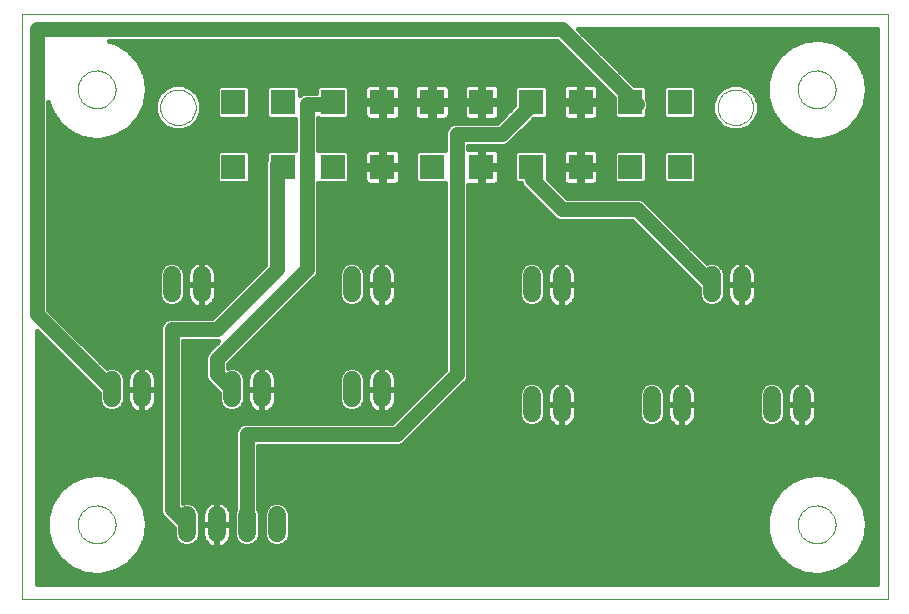
<source format=gbl>
G75*
%MOIN*%
%OFA0B0*%
%FSLAX24Y24*%
%IPPOS*%
%LPD*%
%AMOC8*
5,1,8,0,0,1.08239X$1,22.5*
%
%ADD10C,0.0000*%
%ADD11R,0.0827X0.0827*%
%ADD12C,0.0594*%
%ADD13C,0.0160*%
%ADD14C,0.0500*%
D10*
X000100Y000100D02*
X000100Y019596D01*
X028970Y019596D01*
X028970Y000100D01*
X000100Y000100D01*
X001970Y002600D02*
X001972Y002650D01*
X001978Y002700D01*
X001988Y002749D01*
X002002Y002797D01*
X002019Y002844D01*
X002040Y002889D01*
X002065Y002933D01*
X002093Y002974D01*
X002125Y003013D01*
X002159Y003050D01*
X002196Y003084D01*
X002236Y003114D01*
X002278Y003141D01*
X002322Y003165D01*
X002368Y003186D01*
X002415Y003202D01*
X002463Y003215D01*
X002513Y003224D01*
X002562Y003229D01*
X002613Y003230D01*
X002663Y003227D01*
X002712Y003220D01*
X002761Y003209D01*
X002809Y003194D01*
X002855Y003176D01*
X002900Y003154D01*
X002943Y003128D01*
X002984Y003099D01*
X003023Y003067D01*
X003059Y003032D01*
X003091Y002994D01*
X003121Y002954D01*
X003148Y002911D01*
X003171Y002867D01*
X003190Y002821D01*
X003206Y002773D01*
X003218Y002724D01*
X003226Y002675D01*
X003230Y002625D01*
X003230Y002575D01*
X003226Y002525D01*
X003218Y002476D01*
X003206Y002427D01*
X003190Y002379D01*
X003171Y002333D01*
X003148Y002289D01*
X003121Y002246D01*
X003091Y002206D01*
X003059Y002168D01*
X003023Y002133D01*
X002984Y002101D01*
X002943Y002072D01*
X002900Y002046D01*
X002855Y002024D01*
X002809Y002006D01*
X002761Y001991D01*
X002712Y001980D01*
X002663Y001973D01*
X002613Y001970D01*
X002562Y001971D01*
X002513Y001976D01*
X002463Y001985D01*
X002415Y001998D01*
X002368Y002014D01*
X002322Y002035D01*
X002278Y002059D01*
X002236Y002086D01*
X002196Y002116D01*
X002159Y002150D01*
X002125Y002187D01*
X002093Y002226D01*
X002065Y002267D01*
X002040Y002311D01*
X002019Y002356D01*
X002002Y002403D01*
X001988Y002451D01*
X001978Y002500D01*
X001972Y002550D01*
X001970Y002600D01*
X004718Y016502D02*
X004720Y016550D01*
X004726Y016598D01*
X004736Y016645D01*
X004749Y016691D01*
X004767Y016736D01*
X004787Y016780D01*
X004812Y016822D01*
X004840Y016861D01*
X004870Y016898D01*
X004904Y016932D01*
X004941Y016964D01*
X004979Y016993D01*
X005020Y017018D01*
X005063Y017040D01*
X005108Y017058D01*
X005154Y017072D01*
X005201Y017083D01*
X005249Y017090D01*
X005297Y017093D01*
X005345Y017092D01*
X005393Y017087D01*
X005441Y017078D01*
X005487Y017066D01*
X005532Y017049D01*
X005576Y017029D01*
X005618Y017006D01*
X005658Y016979D01*
X005696Y016949D01*
X005731Y016916D01*
X005763Y016880D01*
X005793Y016842D01*
X005819Y016801D01*
X005841Y016758D01*
X005861Y016714D01*
X005876Y016669D01*
X005888Y016622D01*
X005896Y016574D01*
X005900Y016526D01*
X005900Y016478D01*
X005896Y016430D01*
X005888Y016382D01*
X005876Y016335D01*
X005861Y016290D01*
X005841Y016246D01*
X005819Y016203D01*
X005793Y016162D01*
X005763Y016124D01*
X005731Y016088D01*
X005696Y016055D01*
X005658Y016025D01*
X005618Y015998D01*
X005576Y015975D01*
X005532Y015955D01*
X005487Y015938D01*
X005441Y015926D01*
X005393Y015917D01*
X005345Y015912D01*
X005297Y015911D01*
X005249Y015914D01*
X005201Y015921D01*
X005154Y015932D01*
X005108Y015946D01*
X005063Y015964D01*
X005020Y015986D01*
X004979Y016011D01*
X004941Y016040D01*
X004904Y016072D01*
X004870Y016106D01*
X004840Y016143D01*
X004812Y016182D01*
X004787Y016224D01*
X004767Y016268D01*
X004749Y016313D01*
X004736Y016359D01*
X004726Y016406D01*
X004720Y016454D01*
X004718Y016502D01*
X001970Y017100D02*
X001972Y017150D01*
X001978Y017200D01*
X001988Y017249D01*
X002002Y017297D01*
X002019Y017344D01*
X002040Y017389D01*
X002065Y017433D01*
X002093Y017474D01*
X002125Y017513D01*
X002159Y017550D01*
X002196Y017584D01*
X002236Y017614D01*
X002278Y017641D01*
X002322Y017665D01*
X002368Y017686D01*
X002415Y017702D01*
X002463Y017715D01*
X002513Y017724D01*
X002562Y017729D01*
X002613Y017730D01*
X002663Y017727D01*
X002712Y017720D01*
X002761Y017709D01*
X002809Y017694D01*
X002855Y017676D01*
X002900Y017654D01*
X002943Y017628D01*
X002984Y017599D01*
X003023Y017567D01*
X003059Y017532D01*
X003091Y017494D01*
X003121Y017454D01*
X003148Y017411D01*
X003171Y017367D01*
X003190Y017321D01*
X003206Y017273D01*
X003218Y017224D01*
X003226Y017175D01*
X003230Y017125D01*
X003230Y017075D01*
X003226Y017025D01*
X003218Y016976D01*
X003206Y016927D01*
X003190Y016879D01*
X003171Y016833D01*
X003148Y016789D01*
X003121Y016746D01*
X003091Y016706D01*
X003059Y016668D01*
X003023Y016633D01*
X002984Y016601D01*
X002943Y016572D01*
X002900Y016546D01*
X002855Y016524D01*
X002809Y016506D01*
X002761Y016491D01*
X002712Y016480D01*
X002663Y016473D01*
X002613Y016470D01*
X002562Y016471D01*
X002513Y016476D01*
X002463Y016485D01*
X002415Y016498D01*
X002368Y016514D01*
X002322Y016535D01*
X002278Y016559D01*
X002236Y016586D01*
X002196Y016616D01*
X002159Y016650D01*
X002125Y016687D01*
X002093Y016726D01*
X002065Y016767D01*
X002040Y016811D01*
X002019Y016856D01*
X002002Y016903D01*
X001988Y016951D01*
X001978Y017000D01*
X001972Y017050D01*
X001970Y017100D01*
X023300Y016502D02*
X023302Y016550D01*
X023308Y016598D01*
X023318Y016645D01*
X023331Y016691D01*
X023349Y016736D01*
X023369Y016780D01*
X023394Y016822D01*
X023422Y016861D01*
X023452Y016898D01*
X023486Y016932D01*
X023523Y016964D01*
X023561Y016993D01*
X023602Y017018D01*
X023645Y017040D01*
X023690Y017058D01*
X023736Y017072D01*
X023783Y017083D01*
X023831Y017090D01*
X023879Y017093D01*
X023927Y017092D01*
X023975Y017087D01*
X024023Y017078D01*
X024069Y017066D01*
X024114Y017049D01*
X024158Y017029D01*
X024200Y017006D01*
X024240Y016979D01*
X024278Y016949D01*
X024313Y016916D01*
X024345Y016880D01*
X024375Y016842D01*
X024401Y016801D01*
X024423Y016758D01*
X024443Y016714D01*
X024458Y016669D01*
X024470Y016622D01*
X024478Y016574D01*
X024482Y016526D01*
X024482Y016478D01*
X024478Y016430D01*
X024470Y016382D01*
X024458Y016335D01*
X024443Y016290D01*
X024423Y016246D01*
X024401Y016203D01*
X024375Y016162D01*
X024345Y016124D01*
X024313Y016088D01*
X024278Y016055D01*
X024240Y016025D01*
X024200Y015998D01*
X024158Y015975D01*
X024114Y015955D01*
X024069Y015938D01*
X024023Y015926D01*
X023975Y015917D01*
X023927Y015912D01*
X023879Y015911D01*
X023831Y015914D01*
X023783Y015921D01*
X023736Y015932D01*
X023690Y015946D01*
X023645Y015964D01*
X023602Y015986D01*
X023561Y016011D01*
X023523Y016040D01*
X023486Y016072D01*
X023452Y016106D01*
X023422Y016143D01*
X023394Y016182D01*
X023369Y016224D01*
X023349Y016268D01*
X023331Y016313D01*
X023318Y016359D01*
X023308Y016406D01*
X023302Y016454D01*
X023300Y016502D01*
X025970Y017100D02*
X025972Y017150D01*
X025978Y017200D01*
X025988Y017249D01*
X026002Y017297D01*
X026019Y017344D01*
X026040Y017389D01*
X026065Y017433D01*
X026093Y017474D01*
X026125Y017513D01*
X026159Y017550D01*
X026196Y017584D01*
X026236Y017614D01*
X026278Y017641D01*
X026322Y017665D01*
X026368Y017686D01*
X026415Y017702D01*
X026463Y017715D01*
X026513Y017724D01*
X026562Y017729D01*
X026613Y017730D01*
X026663Y017727D01*
X026712Y017720D01*
X026761Y017709D01*
X026809Y017694D01*
X026855Y017676D01*
X026900Y017654D01*
X026943Y017628D01*
X026984Y017599D01*
X027023Y017567D01*
X027059Y017532D01*
X027091Y017494D01*
X027121Y017454D01*
X027148Y017411D01*
X027171Y017367D01*
X027190Y017321D01*
X027206Y017273D01*
X027218Y017224D01*
X027226Y017175D01*
X027230Y017125D01*
X027230Y017075D01*
X027226Y017025D01*
X027218Y016976D01*
X027206Y016927D01*
X027190Y016879D01*
X027171Y016833D01*
X027148Y016789D01*
X027121Y016746D01*
X027091Y016706D01*
X027059Y016668D01*
X027023Y016633D01*
X026984Y016601D01*
X026943Y016572D01*
X026900Y016546D01*
X026855Y016524D01*
X026809Y016506D01*
X026761Y016491D01*
X026712Y016480D01*
X026663Y016473D01*
X026613Y016470D01*
X026562Y016471D01*
X026513Y016476D01*
X026463Y016485D01*
X026415Y016498D01*
X026368Y016514D01*
X026322Y016535D01*
X026278Y016559D01*
X026236Y016586D01*
X026196Y016616D01*
X026159Y016650D01*
X026125Y016687D01*
X026093Y016726D01*
X026065Y016767D01*
X026040Y016811D01*
X026019Y016856D01*
X026002Y016903D01*
X025988Y016951D01*
X025978Y017000D01*
X025972Y017050D01*
X025970Y017100D01*
X025970Y002600D02*
X025972Y002650D01*
X025978Y002700D01*
X025988Y002749D01*
X026002Y002797D01*
X026019Y002844D01*
X026040Y002889D01*
X026065Y002933D01*
X026093Y002974D01*
X026125Y003013D01*
X026159Y003050D01*
X026196Y003084D01*
X026236Y003114D01*
X026278Y003141D01*
X026322Y003165D01*
X026368Y003186D01*
X026415Y003202D01*
X026463Y003215D01*
X026513Y003224D01*
X026562Y003229D01*
X026613Y003230D01*
X026663Y003227D01*
X026712Y003220D01*
X026761Y003209D01*
X026809Y003194D01*
X026855Y003176D01*
X026900Y003154D01*
X026943Y003128D01*
X026984Y003099D01*
X027023Y003067D01*
X027059Y003032D01*
X027091Y002994D01*
X027121Y002954D01*
X027148Y002911D01*
X027171Y002867D01*
X027190Y002821D01*
X027206Y002773D01*
X027218Y002724D01*
X027226Y002675D01*
X027230Y002625D01*
X027230Y002575D01*
X027226Y002525D01*
X027218Y002476D01*
X027206Y002427D01*
X027190Y002379D01*
X027171Y002333D01*
X027148Y002289D01*
X027121Y002246D01*
X027091Y002206D01*
X027059Y002168D01*
X027023Y002133D01*
X026984Y002101D01*
X026943Y002072D01*
X026900Y002046D01*
X026855Y002024D01*
X026809Y002006D01*
X026761Y001991D01*
X026712Y001980D01*
X026663Y001973D01*
X026613Y001970D01*
X026562Y001971D01*
X026513Y001976D01*
X026463Y001985D01*
X026415Y001998D01*
X026368Y002014D01*
X026322Y002035D01*
X026278Y002059D01*
X026236Y002086D01*
X026196Y002116D01*
X026159Y002150D01*
X026125Y002187D01*
X026093Y002226D01*
X026065Y002267D01*
X026040Y002311D01*
X026019Y002356D01*
X026002Y002403D01*
X025988Y002451D01*
X025978Y002500D01*
X025972Y002550D01*
X025970Y002600D01*
D11*
X022041Y014517D03*
X020387Y014517D03*
X018734Y014517D03*
X017080Y014517D03*
X015427Y014517D03*
X013773Y014517D03*
X012120Y014517D03*
X010466Y014517D03*
X008813Y014517D03*
X007159Y014517D03*
X007159Y016683D03*
X008813Y016683D03*
X010466Y016683D03*
X012120Y016683D03*
X013773Y016683D03*
X015427Y016683D03*
X017080Y016683D03*
X018734Y016683D03*
X020387Y016683D03*
X022041Y016683D03*
D12*
X023100Y010897D02*
X023100Y010303D01*
X024100Y010303D02*
X024100Y010897D01*
X025100Y006897D02*
X025100Y006303D01*
X026100Y006303D02*
X026100Y006897D01*
X022100Y006897D02*
X022100Y006303D01*
X021100Y006303D02*
X021100Y006897D01*
X018100Y006897D02*
X018100Y006303D01*
X017100Y006303D02*
X017100Y006897D01*
X017100Y010303D02*
X017100Y010897D01*
X018100Y010897D02*
X018100Y010303D01*
X012100Y010303D02*
X012100Y010897D01*
X011100Y010897D02*
X011100Y010303D01*
X011100Y007397D02*
X011100Y006803D01*
X012100Y006803D02*
X012100Y007397D01*
X008100Y007397D02*
X008100Y006803D01*
X007100Y006803D02*
X007100Y007397D01*
X004100Y007397D02*
X004100Y006803D01*
X003100Y006803D02*
X003100Y007397D01*
X005100Y010303D02*
X005100Y010897D01*
X006100Y010897D02*
X006100Y010303D01*
X005600Y002897D02*
X005600Y002303D01*
X006600Y002303D02*
X006600Y002897D01*
X007600Y002897D02*
X007600Y002303D01*
X008600Y002303D02*
X008600Y002897D01*
D13*
X008216Y003112D02*
X007990Y003112D01*
X007990Y003097D02*
X007990Y005210D01*
X012678Y005210D01*
X012821Y005269D01*
X014821Y007269D01*
X014931Y007379D01*
X014990Y007522D01*
X014990Y013924D01*
X015369Y013924D01*
X015369Y014460D01*
X015485Y014460D01*
X015485Y014575D01*
X016020Y014575D01*
X016020Y014954D01*
X016008Y015000D01*
X015984Y015041D01*
X015951Y015075D01*
X015910Y015098D01*
X015864Y015111D01*
X015485Y015111D01*
X015485Y014575D01*
X015369Y014575D01*
X015369Y015111D01*
X014990Y015111D01*
X014990Y015210D01*
X016178Y015210D01*
X016321Y015269D01*
X017181Y016129D01*
X017552Y016129D01*
X017634Y016211D01*
X017634Y017154D01*
X017552Y017236D01*
X016609Y017236D01*
X016527Y017154D01*
X016527Y016578D01*
X015938Y015990D01*
X014522Y015990D01*
X014379Y015931D01*
X014269Y015821D01*
X014210Y015678D01*
X014210Y015071D01*
X013302Y015071D01*
X013220Y014989D01*
X013220Y014046D01*
X013302Y013964D01*
X014210Y013964D01*
X014210Y007762D01*
X012438Y005990D01*
X007522Y005990D01*
X007379Y005931D01*
X007269Y005821D01*
X007210Y005678D01*
X007210Y003097D01*
X007163Y002984D01*
X007163Y002216D01*
X007230Y002056D01*
X007353Y001933D01*
X007513Y001866D01*
X007687Y001866D01*
X007847Y001933D01*
X007970Y002056D01*
X008037Y002216D01*
X008037Y002984D01*
X007990Y003097D01*
X008037Y002953D02*
X008163Y002953D01*
X008163Y002984D02*
X008230Y003144D01*
X008353Y003267D01*
X008513Y003334D01*
X008687Y003334D01*
X008847Y003267D01*
X008970Y003144D01*
X009037Y002984D01*
X009037Y002216D01*
X008970Y002056D01*
X008847Y001933D01*
X008687Y001866D01*
X008513Y001866D01*
X008353Y001933D01*
X008230Y002056D01*
X008163Y002216D01*
X008163Y002984D01*
X008163Y002795D02*
X008037Y002795D01*
X008037Y002636D02*
X008163Y002636D01*
X008163Y002478D02*
X008037Y002478D01*
X008037Y002319D02*
X008163Y002319D01*
X008186Y002161D02*
X008014Y002161D01*
X007917Y002002D02*
X008283Y002002D01*
X008917Y002002D02*
X025046Y002002D01*
X025086Y001871D02*
X024939Y002350D01*
X024939Y002850D01*
X025086Y003329D01*
X025086Y003329D01*
X025368Y003743D01*
X025368Y003743D01*
X025368Y003743D01*
X025760Y004055D01*
X025760Y004055D01*
X026226Y004238D01*
X026726Y004275D01*
X027214Y004164D01*
X027647Y003913D01*
X027988Y003546D01*
X027988Y003546D01*
X027988Y003546D01*
X028205Y003095D01*
X028205Y003095D01*
X028280Y002600D01*
X028205Y002105D01*
X027988Y001654D01*
X027988Y001654D01*
X027647Y001287D01*
X027647Y001287D01*
X027214Y001036D01*
X027214Y001036D01*
X026726Y000925D01*
X026726Y000925D01*
X026226Y000962D01*
X026226Y000962D01*
X025760Y001145D01*
X025760Y001145D01*
X025368Y001457D01*
X025368Y001457D01*
X025368Y001457D01*
X025086Y001871D01*
X025086Y001871D01*
X025105Y001844D02*
X006728Y001844D01*
X006712Y001838D02*
X006783Y001861D01*
X006850Y001895D01*
X006911Y001939D01*
X006964Y001993D01*
X007008Y002053D01*
X007042Y002120D01*
X007065Y002191D01*
X007077Y002266D01*
X007077Y002582D01*
X006618Y002582D01*
X006618Y002618D01*
X007077Y002618D01*
X007077Y002934D01*
X007065Y003009D01*
X007042Y003080D01*
X007008Y003147D01*
X006964Y003207D01*
X006911Y003261D01*
X006850Y003305D01*
X006783Y003339D01*
X006712Y003362D01*
X006638Y003374D01*
X006618Y003374D01*
X006618Y002618D01*
X006582Y002618D01*
X006582Y002582D01*
X006618Y002582D01*
X006618Y001826D01*
X006638Y001826D01*
X006712Y001838D01*
X006618Y001844D02*
X006582Y001844D01*
X006582Y001826D02*
X006582Y002582D01*
X006123Y002582D01*
X006123Y002266D01*
X006135Y002191D01*
X006158Y002120D01*
X006192Y002053D01*
X006236Y001993D01*
X006289Y001939D01*
X006350Y001895D01*
X006417Y001861D01*
X006488Y001838D01*
X006562Y001826D01*
X006582Y001826D01*
X006472Y001844D02*
X004080Y001844D01*
X004156Y002002D02*
X005283Y002002D01*
X005230Y002056D02*
X005163Y002216D01*
X005163Y002485D01*
X004879Y002769D01*
X004769Y002879D01*
X004710Y003022D01*
X004710Y009178D01*
X004769Y009321D01*
X004879Y009431D01*
X005022Y009490D01*
X006438Y009490D01*
X008210Y011262D01*
X008210Y014596D01*
X008208Y014669D01*
X008210Y014673D01*
X008210Y014678D01*
X008238Y014745D01*
X008259Y014800D01*
X008259Y014989D01*
X008341Y015071D01*
X009210Y015071D01*
X009210Y016129D01*
X008341Y016129D01*
X008259Y016211D01*
X008259Y017154D01*
X008341Y017236D01*
X009284Y017236D01*
X009366Y017154D01*
X009366Y016918D01*
X009379Y016931D01*
X009522Y016990D01*
X009913Y016990D01*
X009913Y017154D01*
X009995Y017236D01*
X010938Y017236D01*
X011020Y017154D01*
X011020Y016211D01*
X010938Y016129D01*
X009995Y016129D01*
X009990Y016134D01*
X009990Y015066D01*
X009995Y015071D01*
X010938Y015071D01*
X011020Y014989D01*
X011020Y014046D01*
X010938Y013964D01*
X009995Y013964D01*
X009990Y013969D01*
X009990Y011022D01*
X009931Y010879D01*
X009821Y010769D01*
X009821Y010769D01*
X006990Y007938D01*
X006990Y007824D01*
X007013Y007834D01*
X007187Y007834D01*
X007347Y007767D01*
X007470Y007644D01*
X007537Y007484D01*
X007537Y006716D01*
X007470Y006556D01*
X007347Y006433D01*
X007187Y006366D01*
X007013Y006366D01*
X006853Y006433D01*
X006730Y006556D01*
X006663Y006716D01*
X006663Y006985D01*
X006379Y007269D01*
X006269Y007379D01*
X006210Y007522D01*
X006210Y008178D01*
X006269Y008321D01*
X006379Y008431D01*
X006379Y008431D01*
X006658Y008710D01*
X005490Y008710D01*
X005490Y003324D01*
X005513Y003334D01*
X005687Y003334D01*
X005847Y003267D01*
X005970Y003144D01*
X006037Y002984D01*
X006037Y002216D01*
X005970Y002056D01*
X005847Y001933D01*
X005687Y001866D01*
X005513Y001866D01*
X005353Y001933D01*
X005230Y002056D01*
X005186Y002161D02*
X004214Y002161D01*
X004205Y002105D02*
X004280Y002600D01*
X004205Y003095D01*
X004205Y003095D01*
X003988Y003546D01*
X003988Y003546D01*
X003647Y003913D01*
X003214Y004164D01*
X003214Y004164D01*
X002726Y004275D01*
X002726Y004275D01*
X002226Y004238D01*
X001760Y004055D01*
X001368Y003743D01*
X001086Y003329D01*
X000939Y002850D01*
X000939Y002350D01*
X001086Y001871D01*
X001368Y001457D01*
X001368Y001457D01*
X001368Y001457D01*
X001760Y001145D01*
X002226Y000962D01*
X002226Y000962D01*
X002726Y000925D01*
X003214Y001036D01*
X003647Y001287D01*
X003988Y001654D01*
X004205Y002105D01*
X004205Y002105D01*
X004238Y002319D02*
X005163Y002319D01*
X005163Y002478D02*
X004262Y002478D01*
X004275Y002636D02*
X005012Y002636D01*
X004854Y002795D02*
X004251Y002795D01*
X004227Y002953D02*
X004739Y002953D01*
X004710Y003112D02*
X004198Y003112D01*
X004121Y003270D02*
X004710Y003270D01*
X004710Y003429D02*
X004045Y003429D01*
X003950Y003587D02*
X004710Y003587D01*
X004710Y003746D02*
X003803Y003746D01*
X003656Y003904D02*
X004710Y003904D01*
X004710Y004063D02*
X003389Y004063D01*
X003647Y003913D02*
X003647Y003913D01*
X002963Y004221D02*
X004710Y004221D01*
X004710Y004380D02*
X000600Y004380D01*
X000600Y004538D02*
X004710Y004538D01*
X004710Y004697D02*
X000600Y004697D01*
X000600Y004855D02*
X004710Y004855D01*
X004710Y005014D02*
X000600Y005014D01*
X000600Y005172D02*
X004710Y005172D01*
X004710Y005331D02*
X000600Y005331D01*
X000600Y005489D02*
X004710Y005489D01*
X004710Y005648D02*
X000600Y005648D01*
X000600Y005806D02*
X004710Y005806D01*
X004710Y005965D02*
X000600Y005965D01*
X000600Y006123D02*
X004710Y006123D01*
X004710Y006282D02*
X000600Y006282D01*
X000600Y006440D02*
X002845Y006440D01*
X002853Y006433D02*
X003013Y006366D01*
X003187Y006366D01*
X003347Y006433D01*
X003470Y006556D01*
X003537Y006716D01*
X003537Y007484D01*
X003470Y007644D01*
X003347Y007767D01*
X003187Y007834D01*
X003013Y007834D01*
X002946Y007806D01*
X000990Y009762D01*
X000990Y016684D01*
X001086Y016371D01*
X001368Y015957D01*
X001368Y015957D01*
X001368Y015957D01*
X001760Y015645D01*
X002226Y015462D01*
X002226Y015462D01*
X002726Y015425D01*
X003214Y015536D01*
X003647Y015787D01*
X003647Y015787D01*
X003988Y016154D01*
X004205Y016605D01*
X004280Y017100D01*
X004205Y017595D01*
X004205Y017595D01*
X003988Y018046D01*
X003988Y018046D01*
X003647Y018413D01*
X003214Y018664D01*
X003214Y018664D01*
X003012Y018710D01*
X017938Y018710D01*
X019834Y016814D01*
X019834Y016211D01*
X019916Y016129D01*
X020859Y016129D01*
X020941Y016211D01*
X020941Y016400D01*
X020962Y016455D01*
X020990Y016522D01*
X020990Y016527D01*
X020992Y016531D01*
X020990Y016604D01*
X020990Y016678D01*
X020988Y016682D01*
X020988Y016686D01*
X020959Y016753D01*
X020941Y016796D01*
X020941Y017154D01*
X020859Y017236D01*
X020515Y017236D01*
X018652Y019100D01*
X028600Y019100D01*
X028600Y000600D01*
X000600Y000600D01*
X000600Y009048D01*
X002663Y006985D01*
X002663Y006716D01*
X002730Y006556D01*
X002853Y006433D01*
X002712Y006599D02*
X000600Y006599D01*
X000600Y006757D02*
X002663Y006757D01*
X002663Y006916D02*
X000600Y006916D01*
X000600Y007074D02*
X002574Y007074D01*
X002416Y007233D02*
X000600Y007233D01*
X000600Y007391D02*
X002257Y007391D01*
X002099Y007550D02*
X000600Y007550D01*
X000600Y007708D02*
X001940Y007708D01*
X001782Y007867D02*
X000600Y007867D01*
X000600Y008025D02*
X001623Y008025D01*
X001465Y008184D02*
X000600Y008184D01*
X000600Y008342D02*
X001306Y008342D01*
X001148Y008501D02*
X000600Y008501D01*
X000600Y008659D02*
X000989Y008659D01*
X000831Y008818D02*
X000600Y008818D01*
X000600Y008976D02*
X000672Y008976D01*
X001300Y009452D02*
X004930Y009452D01*
X004758Y009293D02*
X001459Y009293D01*
X001617Y009135D02*
X004710Y009135D01*
X004710Y008976D02*
X001776Y008976D01*
X001934Y008818D02*
X004710Y008818D01*
X004710Y008659D02*
X002093Y008659D01*
X002251Y008501D02*
X004710Y008501D01*
X004710Y008342D02*
X002410Y008342D01*
X002568Y008184D02*
X004710Y008184D01*
X004710Y008025D02*
X002727Y008025D01*
X002885Y007867D02*
X004017Y007867D01*
X003988Y007862D02*
X003917Y007839D01*
X003850Y007805D01*
X003789Y007761D01*
X003736Y007707D01*
X003692Y007647D01*
X003658Y007580D01*
X003635Y007509D01*
X003623Y007434D01*
X003623Y007118D01*
X004082Y007118D01*
X004082Y007082D01*
X004118Y007082D01*
X004118Y007118D01*
X004577Y007118D01*
X004577Y007434D01*
X004565Y007509D01*
X004542Y007580D01*
X004508Y007647D01*
X004464Y007707D01*
X004411Y007761D01*
X004350Y007805D01*
X004283Y007839D01*
X004212Y007862D01*
X004138Y007874D01*
X004118Y007874D01*
X004118Y007118D01*
X004082Y007118D01*
X004082Y007874D01*
X004062Y007874D01*
X003988Y007862D01*
X004082Y007867D02*
X004118Y007867D01*
X004183Y007867D02*
X004710Y007867D01*
X004710Y007708D02*
X004463Y007708D01*
X004552Y007550D02*
X004710Y007550D01*
X004710Y007391D02*
X004577Y007391D01*
X004577Y007233D02*
X004710Y007233D01*
X004710Y007074D02*
X004577Y007074D01*
X004577Y007082D02*
X004118Y007082D01*
X004118Y006326D01*
X004138Y006326D01*
X004212Y006338D01*
X004283Y006361D01*
X004350Y006395D01*
X004411Y006439D01*
X004464Y006493D01*
X004508Y006553D01*
X004542Y006620D01*
X004565Y006691D01*
X004577Y006766D01*
X004577Y007082D01*
X004577Y006916D02*
X004710Y006916D01*
X004710Y006757D02*
X004575Y006757D01*
X004531Y006599D02*
X004710Y006599D01*
X004710Y006440D02*
X004411Y006440D01*
X004118Y006440D02*
X004082Y006440D01*
X004082Y006326D02*
X004082Y007082D01*
X003623Y007082D01*
X003623Y006766D01*
X003635Y006691D01*
X003658Y006620D01*
X003692Y006553D01*
X003736Y006493D01*
X003789Y006439D01*
X003850Y006395D01*
X003917Y006361D01*
X003988Y006338D01*
X004062Y006326D01*
X004082Y006326D01*
X004082Y006599D02*
X004118Y006599D01*
X004118Y006757D02*
X004082Y006757D01*
X004082Y006916D02*
X004118Y006916D01*
X004118Y007074D02*
X004082Y007074D01*
X004082Y007233D02*
X004118Y007233D01*
X004118Y007391D02*
X004082Y007391D01*
X004082Y007550D02*
X004118Y007550D01*
X004118Y007708D02*
X004082Y007708D01*
X003737Y007708D02*
X003407Y007708D01*
X003510Y007550D02*
X003648Y007550D01*
X003623Y007391D02*
X003537Y007391D01*
X003537Y007233D02*
X003623Y007233D01*
X003623Y007074D02*
X003537Y007074D01*
X003537Y006916D02*
X003623Y006916D01*
X003625Y006757D02*
X003537Y006757D01*
X003488Y006599D02*
X003669Y006599D01*
X003789Y006440D02*
X003355Y006440D01*
X005490Y006440D02*
X006845Y006440D01*
X006712Y006599D02*
X005490Y006599D01*
X005490Y006757D02*
X006663Y006757D01*
X006663Y006916D02*
X005490Y006916D01*
X005490Y007074D02*
X006574Y007074D01*
X006416Y007233D02*
X005490Y007233D01*
X005490Y007391D02*
X006264Y007391D01*
X006210Y007550D02*
X005490Y007550D01*
X005490Y007708D02*
X006210Y007708D01*
X006210Y007867D02*
X005490Y007867D01*
X005490Y008025D02*
X006210Y008025D01*
X006212Y008184D02*
X005490Y008184D01*
X005490Y008342D02*
X006290Y008342D01*
X006449Y008501D02*
X005490Y008501D01*
X005490Y008659D02*
X006607Y008659D01*
X007235Y008184D02*
X014210Y008184D01*
X014210Y008342D02*
X007394Y008342D01*
X007552Y008501D02*
X014210Y008501D01*
X014210Y008659D02*
X007711Y008659D01*
X007869Y008818D02*
X014210Y008818D01*
X014210Y008976D02*
X008028Y008976D01*
X008186Y009135D02*
X014210Y009135D01*
X014210Y009293D02*
X008345Y009293D01*
X008503Y009452D02*
X014210Y009452D01*
X014210Y009610D02*
X008662Y009610D01*
X008820Y009769D02*
X014210Y009769D01*
X014210Y009927D02*
X012394Y009927D01*
X012411Y009939D02*
X012464Y009993D01*
X012508Y010053D01*
X012542Y010120D01*
X012565Y010191D01*
X012577Y010266D01*
X012577Y010582D01*
X012118Y010582D01*
X012118Y010618D01*
X012577Y010618D01*
X012577Y010934D01*
X012565Y011009D01*
X012542Y011080D01*
X012508Y011147D01*
X012464Y011207D01*
X012411Y011261D01*
X012350Y011305D01*
X012283Y011339D01*
X012212Y011362D01*
X012138Y011374D01*
X012118Y011374D01*
X012118Y010618D01*
X012082Y010618D01*
X012082Y010582D01*
X012118Y010582D01*
X012118Y009826D01*
X012138Y009826D01*
X012212Y009838D01*
X012283Y009861D01*
X012350Y009895D01*
X012411Y009939D01*
X012524Y010086D02*
X014210Y010086D01*
X014210Y010244D02*
X012573Y010244D01*
X012577Y010403D02*
X014210Y010403D01*
X014210Y010561D02*
X012577Y010561D01*
X012577Y010720D02*
X014210Y010720D01*
X014210Y010878D02*
X012577Y010878D01*
X012556Y011037D02*
X014210Y011037D01*
X014210Y011195D02*
X012473Y011195D01*
X012238Y011354D02*
X014210Y011354D01*
X014210Y011512D02*
X009990Y011512D01*
X009990Y011354D02*
X011962Y011354D01*
X011988Y011362D02*
X011917Y011339D01*
X011850Y011305D01*
X011789Y011261D01*
X011736Y011207D01*
X011692Y011147D01*
X011658Y011080D01*
X011635Y011009D01*
X011623Y010934D01*
X011623Y010618D01*
X012082Y010618D01*
X012082Y011374D01*
X012062Y011374D01*
X011988Y011362D01*
X012082Y011354D02*
X012118Y011354D01*
X012118Y011195D02*
X012082Y011195D01*
X012082Y011037D02*
X012118Y011037D01*
X012118Y010878D02*
X012082Y010878D01*
X012082Y010720D02*
X012118Y010720D01*
X012082Y010582D02*
X011623Y010582D01*
X011623Y010266D01*
X011635Y010191D01*
X011658Y010120D01*
X011692Y010053D01*
X011736Y009993D01*
X011789Y009939D01*
X011850Y009895D01*
X011917Y009861D01*
X011988Y009838D01*
X012062Y009826D01*
X012082Y009826D01*
X012082Y010582D01*
X012082Y010561D02*
X012118Y010561D01*
X012118Y010403D02*
X012082Y010403D01*
X012082Y010244D02*
X012118Y010244D01*
X012118Y010086D02*
X012082Y010086D01*
X012082Y009927D02*
X012118Y009927D01*
X011806Y009927D02*
X011333Y009927D01*
X011347Y009933D02*
X011187Y009866D01*
X011013Y009866D01*
X010853Y009933D01*
X010730Y010056D01*
X010663Y010216D01*
X010663Y010984D01*
X010730Y011144D01*
X010853Y011267D01*
X011013Y011334D01*
X011187Y011334D01*
X011347Y011267D01*
X011470Y011144D01*
X011537Y010984D01*
X011537Y010216D01*
X011470Y010056D01*
X011347Y009933D01*
X011483Y010086D02*
X011676Y010086D01*
X011627Y010244D02*
X011537Y010244D01*
X011537Y010403D02*
X011623Y010403D01*
X011623Y010561D02*
X011537Y010561D01*
X011537Y010720D02*
X011623Y010720D01*
X011623Y010878D02*
X011537Y010878D01*
X011515Y011037D02*
X011644Y011037D01*
X011727Y011195D02*
X011420Y011195D01*
X010780Y011195D02*
X009990Y011195D01*
X009990Y011037D02*
X010685Y011037D01*
X010663Y010878D02*
X009930Y010878D01*
X009771Y010720D02*
X010663Y010720D01*
X010663Y010561D02*
X009613Y010561D01*
X009454Y010403D02*
X010663Y010403D01*
X010663Y010244D02*
X009296Y010244D01*
X009137Y010086D02*
X010717Y010086D01*
X010867Y009927D02*
X008979Y009927D01*
X007668Y010720D02*
X006577Y010720D01*
X006577Y010618D02*
X006118Y010618D01*
X006118Y010582D01*
X006577Y010582D01*
X006577Y010266D01*
X006565Y010191D01*
X006542Y010120D01*
X006508Y010053D01*
X006464Y009993D01*
X006411Y009939D01*
X006350Y009895D01*
X006283Y009861D01*
X006212Y009838D01*
X006138Y009826D01*
X006118Y009826D01*
X006118Y010582D01*
X006082Y010582D01*
X006082Y009826D01*
X006062Y009826D01*
X005988Y009838D01*
X005917Y009861D01*
X005850Y009895D01*
X005789Y009939D01*
X005736Y009993D01*
X005692Y010053D01*
X005658Y010120D01*
X005635Y010191D01*
X005623Y010266D01*
X005623Y010582D01*
X006082Y010582D01*
X006082Y010618D01*
X005623Y010618D01*
X005623Y010934D01*
X005635Y011009D01*
X005658Y011080D01*
X005692Y011147D01*
X005736Y011207D01*
X005789Y011261D01*
X005850Y011305D01*
X005917Y011339D01*
X005988Y011362D01*
X006062Y011374D01*
X006082Y011374D01*
X006082Y010618D01*
X006118Y010618D01*
X006118Y011374D01*
X006138Y011374D01*
X006212Y011362D01*
X006283Y011339D01*
X006350Y011305D01*
X006411Y011261D01*
X006464Y011207D01*
X006508Y011147D01*
X006542Y011080D01*
X006565Y011009D01*
X006577Y010934D01*
X006577Y010618D01*
X006577Y010561D02*
X007509Y010561D01*
X007351Y010403D02*
X006577Y010403D01*
X006573Y010244D02*
X007192Y010244D01*
X007034Y010086D02*
X006524Y010086D01*
X006394Y009927D02*
X006875Y009927D01*
X006717Y009769D02*
X000990Y009769D01*
X000990Y009927D02*
X004867Y009927D01*
X004853Y009933D02*
X005013Y009866D01*
X005187Y009866D01*
X005347Y009933D01*
X005470Y010056D01*
X005537Y010216D01*
X005537Y010984D01*
X005470Y011144D01*
X005347Y011267D01*
X005187Y011334D01*
X005013Y011334D01*
X004853Y011267D01*
X004730Y011144D01*
X004663Y010984D01*
X004663Y010216D01*
X004730Y010056D01*
X004853Y009933D01*
X004717Y010086D02*
X000990Y010086D01*
X000990Y010244D02*
X004663Y010244D01*
X004663Y010403D02*
X000990Y010403D01*
X000990Y010561D02*
X004663Y010561D01*
X004663Y010720D02*
X000990Y010720D01*
X000990Y010878D02*
X004663Y010878D01*
X004685Y011037D02*
X000990Y011037D01*
X000990Y011195D02*
X004780Y011195D01*
X005420Y011195D02*
X005727Y011195D01*
X005644Y011037D02*
X005515Y011037D01*
X005537Y010878D02*
X005623Y010878D01*
X005623Y010720D02*
X005537Y010720D01*
X005537Y010561D02*
X005623Y010561D01*
X005623Y010403D02*
X005537Y010403D01*
X005537Y010244D02*
X005627Y010244D01*
X005676Y010086D02*
X005483Y010086D01*
X005333Y009927D02*
X005806Y009927D01*
X006082Y009927D02*
X006118Y009927D01*
X006118Y010086D02*
X006082Y010086D01*
X006082Y010244D02*
X006118Y010244D01*
X006118Y010403D02*
X006082Y010403D01*
X006082Y010561D02*
X006118Y010561D01*
X006118Y010720D02*
X006082Y010720D01*
X006082Y010878D02*
X006118Y010878D01*
X006118Y011037D02*
X006082Y011037D01*
X006082Y011195D02*
X006118Y011195D01*
X006118Y011354D02*
X006082Y011354D01*
X005962Y011354D02*
X000990Y011354D01*
X000990Y011512D02*
X008210Y011512D01*
X008210Y011354D02*
X006238Y011354D01*
X006473Y011195D02*
X008143Y011195D01*
X007985Y011037D02*
X006556Y011037D01*
X006577Y010878D02*
X007826Y010878D01*
X008210Y011671D02*
X000990Y011671D01*
X000990Y011829D02*
X008210Y011829D01*
X008210Y011988D02*
X000990Y011988D01*
X000990Y012146D02*
X008210Y012146D01*
X008210Y012305D02*
X000990Y012305D01*
X000990Y012463D02*
X008210Y012463D01*
X008210Y012622D02*
X000990Y012622D01*
X000990Y012780D02*
X008210Y012780D01*
X008210Y012939D02*
X000990Y012939D01*
X000990Y013097D02*
X008210Y013097D01*
X008210Y013256D02*
X000990Y013256D01*
X000990Y013414D02*
X008210Y013414D01*
X008210Y013573D02*
X000990Y013573D01*
X000990Y013731D02*
X008210Y013731D01*
X008210Y013890D02*
X000990Y013890D01*
X000990Y014048D02*
X006606Y014048D01*
X006606Y014046D02*
X006688Y013964D01*
X007630Y013964D01*
X007712Y014046D01*
X007712Y014989D01*
X007630Y015071D01*
X006688Y015071D01*
X006606Y014989D01*
X006606Y014046D01*
X006606Y014207D02*
X000990Y014207D01*
X000990Y014365D02*
X006606Y014365D01*
X006606Y014524D02*
X000990Y014524D01*
X000990Y014682D02*
X006606Y014682D01*
X006606Y014841D02*
X000990Y014841D01*
X000990Y014999D02*
X006616Y014999D01*
X007702Y014999D02*
X008270Y014999D01*
X008259Y014841D02*
X007712Y014841D01*
X007712Y014682D02*
X008212Y014682D01*
X008210Y014524D02*
X007712Y014524D01*
X007712Y014365D02*
X008210Y014365D01*
X008210Y014207D02*
X007712Y014207D01*
X007712Y014048D02*
X008210Y014048D01*
X009210Y015158D02*
X000990Y015158D01*
X000990Y015316D02*
X009210Y015316D01*
X009210Y015475D02*
X002944Y015475D01*
X002726Y015425D02*
X002726Y015425D01*
X003214Y015536D02*
X003214Y015536D01*
X003382Y015633D02*
X009210Y015633D01*
X009210Y015792D02*
X005608Y015792D01*
X005745Y015848D02*
X005962Y016065D01*
X006079Y016348D01*
X006079Y016655D01*
X005962Y016938D01*
X005745Y017155D01*
X005462Y017272D01*
X005155Y017272D01*
X004872Y017155D01*
X004655Y016938D01*
X004538Y016655D01*
X004538Y016348D01*
X004655Y016065D01*
X004872Y015848D01*
X005155Y015731D01*
X005462Y015731D01*
X005745Y015848D01*
X005847Y015950D02*
X009210Y015950D01*
X009210Y016109D02*
X005980Y016109D01*
X006046Y016267D02*
X006606Y016267D01*
X006606Y016211D02*
X006688Y016129D01*
X007630Y016129D01*
X007712Y016211D01*
X007712Y017154D01*
X007630Y017236D01*
X006688Y017236D01*
X006606Y017154D01*
X006606Y016211D01*
X006606Y016426D02*
X006079Y016426D01*
X006079Y016584D02*
X006606Y016584D01*
X006606Y016743D02*
X006043Y016743D01*
X005977Y016901D02*
X006606Y016901D01*
X006606Y017060D02*
X005840Y017060D01*
X005593Y017218D02*
X006670Y017218D01*
X007648Y017218D02*
X008323Y017218D01*
X008259Y017060D02*
X007712Y017060D01*
X007712Y016901D02*
X008259Y016901D01*
X008259Y016743D02*
X007712Y016743D01*
X007712Y016584D02*
X008259Y016584D01*
X008259Y016426D02*
X007712Y016426D01*
X007712Y016267D02*
X008259Y016267D01*
X009366Y017060D02*
X009913Y017060D01*
X009977Y017218D02*
X009302Y017218D01*
X009990Y016109D02*
X011625Y016109D01*
X011637Y016102D02*
X011596Y016125D01*
X011562Y016159D01*
X011539Y016200D01*
X011526Y016246D01*
X011526Y016625D01*
X012062Y016625D01*
X012062Y016740D01*
X011526Y016740D01*
X011526Y017120D01*
X011539Y017166D01*
X011562Y017207D01*
X011596Y017240D01*
X011637Y017264D01*
X011683Y017276D01*
X012062Y017276D01*
X012062Y016740D01*
X012177Y016740D01*
X012713Y016740D01*
X012713Y017120D01*
X012701Y017166D01*
X012677Y017207D01*
X012644Y017240D01*
X012603Y017264D01*
X012557Y017276D01*
X012177Y017276D01*
X012177Y016740D01*
X012177Y016625D01*
X012177Y016089D01*
X012557Y016089D01*
X012603Y016102D01*
X012644Y016125D01*
X012677Y016159D01*
X012701Y016200D01*
X012713Y016246D01*
X012713Y016625D01*
X012177Y016625D01*
X012062Y016625D01*
X012062Y016089D01*
X011683Y016089D01*
X011637Y016102D01*
X011526Y016267D02*
X011020Y016267D01*
X011020Y016426D02*
X011526Y016426D01*
X011526Y016584D02*
X011020Y016584D01*
X011020Y016743D02*
X011526Y016743D01*
X011526Y016901D02*
X011020Y016901D01*
X011020Y017060D02*
X011526Y017060D01*
X011574Y017218D02*
X010956Y017218D01*
X012062Y017218D02*
X012177Y017218D01*
X012177Y017060D02*
X012062Y017060D01*
X012062Y016901D02*
X012177Y016901D01*
X012177Y016743D02*
X012062Y016743D01*
X012062Y016584D02*
X012177Y016584D01*
X012177Y016426D02*
X012062Y016426D01*
X012062Y016267D02*
X012177Y016267D01*
X012177Y016109D02*
X012062Y016109D01*
X012615Y016109D02*
X013278Y016109D01*
X013290Y016102D02*
X013336Y016089D01*
X013715Y016089D01*
X013715Y016625D01*
X013180Y016625D01*
X013180Y016246D01*
X013192Y016200D01*
X013216Y016159D01*
X013249Y016125D01*
X013290Y016102D01*
X013180Y016267D02*
X012713Y016267D01*
X012713Y016426D02*
X013180Y016426D01*
X013180Y016584D02*
X012713Y016584D01*
X012713Y016743D02*
X013180Y016743D01*
X013180Y016740D02*
X013715Y016740D01*
X013715Y016625D01*
X013831Y016625D01*
X013831Y016740D01*
X014367Y016740D01*
X014367Y017120D01*
X014354Y017166D01*
X014331Y017207D01*
X014297Y017240D01*
X014256Y017264D01*
X014210Y017276D01*
X013831Y017276D01*
X013831Y016740D01*
X013715Y016740D01*
X013715Y017276D01*
X013336Y017276D01*
X013290Y017264D01*
X013249Y017240D01*
X013216Y017207D01*
X013192Y017166D01*
X013180Y017120D01*
X013180Y016740D01*
X013180Y016901D02*
X012713Y016901D01*
X012713Y017060D02*
X013180Y017060D01*
X013227Y017218D02*
X012666Y017218D01*
X013715Y017218D02*
X013831Y017218D01*
X013831Y017060D02*
X013715Y017060D01*
X013715Y016901D02*
X013831Y016901D01*
X013831Y016743D02*
X013715Y016743D01*
X013715Y016584D02*
X013831Y016584D01*
X013831Y016625D02*
X013831Y016089D01*
X014210Y016089D01*
X014256Y016102D01*
X014297Y016125D01*
X014331Y016159D01*
X014354Y016200D01*
X014367Y016246D01*
X014367Y016625D01*
X013831Y016625D01*
X013831Y016426D02*
X013715Y016426D01*
X013715Y016267D02*
X013831Y016267D01*
X013831Y016109D02*
X013715Y016109D01*
X014268Y016109D02*
X014932Y016109D01*
X014944Y016102D02*
X014990Y016089D01*
X015369Y016089D01*
X015369Y016625D01*
X014833Y016625D01*
X014833Y016246D01*
X014846Y016200D01*
X014869Y016159D01*
X014903Y016125D01*
X014944Y016102D01*
X014833Y016267D02*
X014367Y016267D01*
X014367Y016426D02*
X014833Y016426D01*
X014833Y016584D02*
X014367Y016584D01*
X014367Y016743D02*
X014833Y016743D01*
X014833Y016740D02*
X015369Y016740D01*
X015369Y016625D01*
X015485Y016625D01*
X015485Y016740D01*
X016020Y016740D01*
X016020Y017120D01*
X016008Y017166D01*
X015984Y017207D01*
X015951Y017240D01*
X015910Y017264D01*
X015864Y017276D01*
X015485Y017276D01*
X015485Y016740D01*
X015369Y016740D01*
X015369Y017276D01*
X014990Y017276D01*
X014944Y017264D01*
X014903Y017240D01*
X014869Y017207D01*
X014846Y017166D01*
X014833Y017120D01*
X014833Y016740D01*
X014833Y016901D02*
X014367Y016901D01*
X014367Y017060D02*
X014833Y017060D01*
X014881Y017218D02*
X014319Y017218D01*
X015369Y017218D02*
X015485Y017218D01*
X015485Y017060D02*
X015369Y017060D01*
X015369Y016901D02*
X015485Y016901D01*
X015485Y016743D02*
X015369Y016743D01*
X015369Y016584D02*
X015485Y016584D01*
X015485Y016625D02*
X015485Y016089D01*
X015864Y016089D01*
X015910Y016102D01*
X015951Y016125D01*
X015984Y016159D01*
X016008Y016200D01*
X016020Y016246D01*
X016020Y016625D01*
X015485Y016625D01*
X015485Y016426D02*
X015369Y016426D01*
X015369Y016267D02*
X015485Y016267D01*
X015485Y016109D02*
X015369Y016109D01*
X015922Y016109D02*
X016057Y016109D01*
X016020Y016267D02*
X016215Y016267D01*
X016374Y016426D02*
X016020Y016426D01*
X016020Y016584D02*
X016527Y016584D01*
X016527Y016743D02*
X016020Y016743D01*
X016020Y016901D02*
X016527Y016901D01*
X016527Y017060D02*
X016020Y017060D01*
X015973Y017218D02*
X016591Y017218D01*
X017570Y017218D02*
X018188Y017218D01*
X018176Y017207D02*
X018153Y017166D01*
X018140Y017120D01*
X018140Y016740D01*
X018676Y016740D01*
X018676Y016625D01*
X018140Y016625D01*
X018140Y016246D01*
X018153Y016200D01*
X018176Y016159D01*
X018210Y016125D01*
X018251Y016102D01*
X018297Y016089D01*
X018676Y016089D01*
X018676Y016625D01*
X018792Y016625D01*
X018792Y016740D01*
X019327Y016740D01*
X019327Y017120D01*
X019315Y017166D01*
X019291Y017207D01*
X019258Y017240D01*
X019217Y017264D01*
X019171Y017276D01*
X018792Y017276D01*
X018792Y016740D01*
X018676Y016740D01*
X018676Y017276D01*
X018297Y017276D01*
X018251Y017264D01*
X018210Y017240D01*
X018176Y017207D01*
X018140Y017060D02*
X017634Y017060D01*
X017634Y016901D02*
X018140Y016901D01*
X018140Y016743D02*
X017634Y016743D01*
X017634Y016584D02*
X018140Y016584D01*
X018140Y016426D02*
X017634Y016426D01*
X017634Y016267D02*
X018140Y016267D01*
X018239Y016109D02*
X017160Y016109D01*
X017002Y015950D02*
X023353Y015950D01*
X023455Y015848D02*
X023738Y015731D01*
X024045Y015731D01*
X024328Y015848D01*
X024545Y016065D01*
X024662Y016348D01*
X024662Y016655D01*
X024545Y016938D01*
X024328Y017155D01*
X024045Y017272D01*
X023738Y017272D01*
X023455Y017155D01*
X023238Y016938D01*
X023121Y016655D01*
X023121Y016348D01*
X023238Y016065D01*
X023455Y015848D01*
X023592Y015792D02*
X016843Y015792D01*
X016685Y015633D02*
X025791Y015633D01*
X025760Y015645D02*
X026226Y015462D01*
X026226Y015462D01*
X026726Y015425D01*
X027214Y015536D01*
X027647Y015787D01*
X027988Y016154D01*
X028205Y016605D01*
X028280Y017100D01*
X028205Y017595D01*
X028205Y017595D01*
X027988Y018046D01*
X027988Y018046D01*
X027647Y018413D01*
X027214Y018664D01*
X027214Y018664D01*
X026726Y018775D01*
X026726Y018775D01*
X026226Y018738D01*
X025760Y018555D01*
X025368Y018243D01*
X025086Y017829D01*
X024939Y017350D01*
X024939Y016850D01*
X025086Y016371D01*
X025368Y015957D01*
X025368Y015957D01*
X025368Y015957D01*
X025760Y015645D01*
X025760Y015645D01*
X025576Y015792D02*
X024191Y015792D01*
X024430Y015950D02*
X025378Y015950D01*
X025265Y016109D02*
X024563Y016109D01*
X024628Y016267D02*
X025157Y016267D01*
X025086Y016371D02*
X025086Y016371D01*
X025070Y016426D02*
X024662Y016426D01*
X024662Y016584D02*
X025021Y016584D01*
X024972Y016743D02*
X024626Y016743D01*
X024560Y016901D02*
X024939Y016901D01*
X024939Y017060D02*
X024423Y017060D01*
X024175Y017218D02*
X024939Y017218D01*
X024947Y017377D02*
X020375Y017377D01*
X020217Y017535D02*
X024996Y017535D01*
X025045Y017694D02*
X020058Y017694D01*
X019900Y017852D02*
X025102Y017852D01*
X025086Y017829D02*
X025086Y017829D01*
X025210Y018011D02*
X019741Y018011D01*
X019583Y018169D02*
X025318Y018169D01*
X025368Y018243D02*
X025368Y018243D01*
X025475Y018328D02*
X019424Y018328D01*
X019266Y018486D02*
X025674Y018486D01*
X025760Y018555D02*
X025760Y018555D01*
X025988Y018645D02*
X019107Y018645D01*
X018949Y018803D02*
X028600Y018803D01*
X028600Y018645D02*
X027247Y018645D01*
X027522Y018486D02*
X028600Y018486D01*
X028600Y018328D02*
X027727Y018328D01*
X027647Y018413D02*
X027647Y018413D01*
X027874Y018169D02*
X028600Y018169D01*
X028600Y018011D02*
X028005Y018011D01*
X028082Y017852D02*
X028600Y017852D01*
X028600Y017694D02*
X028158Y017694D01*
X028214Y017535D02*
X028600Y017535D01*
X028600Y017377D02*
X028238Y017377D01*
X028262Y017218D02*
X028600Y017218D01*
X028600Y017060D02*
X028274Y017060D01*
X028250Y016901D02*
X028600Y016901D01*
X028600Y016743D02*
X028226Y016743D01*
X028205Y016605D02*
X028205Y016605D01*
X028195Y016584D02*
X028600Y016584D01*
X028600Y016426D02*
X028119Y016426D01*
X028043Y016267D02*
X028600Y016267D01*
X028600Y016109D02*
X027946Y016109D01*
X027799Y015950D02*
X028600Y015950D01*
X028600Y015792D02*
X027652Y015792D01*
X027647Y015787D02*
X027647Y015787D01*
X027382Y015633D02*
X028600Y015633D01*
X028600Y015475D02*
X026944Y015475D01*
X026726Y015425D02*
X026726Y015425D01*
X026195Y015475D02*
X016526Y015475D01*
X016368Y015316D02*
X028600Y015316D01*
X028600Y015158D02*
X014990Y015158D01*
X015369Y014999D02*
X015485Y014999D01*
X015485Y014841D02*
X015369Y014841D01*
X015369Y014682D02*
X015485Y014682D01*
X015485Y014524D02*
X016527Y014524D01*
X016527Y014682D02*
X016020Y014682D01*
X016020Y014841D02*
X016527Y014841D01*
X016527Y014989D02*
X016527Y014046D01*
X016609Y013964D01*
X016734Y013964D01*
X016769Y013879D01*
X016879Y013769D01*
X017879Y012769D01*
X018022Y012710D01*
X020438Y012710D01*
X022663Y010485D01*
X022663Y010216D01*
X022730Y010056D01*
X022853Y009933D01*
X023013Y009866D01*
X023187Y009866D01*
X023347Y009933D01*
X023470Y010056D01*
X023537Y010216D01*
X023537Y010984D01*
X023470Y011144D01*
X023347Y011267D01*
X023187Y011334D01*
X023013Y011334D01*
X022946Y011306D01*
X020931Y013321D01*
X020821Y013431D01*
X020678Y013490D01*
X018262Y013490D01*
X017634Y014118D01*
X017634Y014989D01*
X017552Y015071D01*
X016609Y015071D01*
X016527Y014989D01*
X016537Y014999D02*
X016008Y014999D01*
X016020Y014460D02*
X015485Y014460D01*
X015485Y013924D01*
X015864Y013924D01*
X015910Y013936D01*
X015951Y013960D01*
X015984Y013993D01*
X016008Y014034D01*
X016020Y014080D01*
X016020Y014460D01*
X016020Y014365D02*
X016527Y014365D01*
X016527Y014207D02*
X016020Y014207D01*
X016012Y014048D02*
X016527Y014048D01*
X016765Y013890D02*
X014990Y013890D01*
X014990Y013731D02*
X016917Y013731D01*
X017076Y013573D02*
X014990Y013573D01*
X014990Y013414D02*
X017234Y013414D01*
X017393Y013256D02*
X014990Y013256D01*
X014990Y013097D02*
X017551Y013097D01*
X017710Y012939D02*
X014990Y012939D01*
X014990Y012780D02*
X017868Y012780D01*
X018179Y013573D02*
X028600Y013573D01*
X028600Y013731D02*
X018021Y013731D01*
X017862Y013890D02*
X028600Y013890D01*
X028600Y014048D02*
X022594Y014048D01*
X022594Y014046D02*
X022512Y013964D01*
X021570Y013964D01*
X021488Y014046D01*
X021488Y014989D01*
X021570Y015071D01*
X022512Y015071D01*
X022594Y014989D01*
X022594Y014046D01*
X022594Y014207D02*
X028600Y014207D01*
X028600Y014365D02*
X022594Y014365D01*
X022594Y014524D02*
X028600Y014524D01*
X028600Y014682D02*
X022594Y014682D01*
X022594Y014841D02*
X028600Y014841D01*
X028600Y014999D02*
X022584Y014999D01*
X021498Y014999D02*
X020930Y014999D01*
X020941Y014989D02*
X020859Y015071D01*
X019916Y015071D01*
X019834Y014989D01*
X019834Y014046D01*
X019916Y013964D01*
X020859Y013964D01*
X020941Y014046D01*
X020941Y014989D01*
X020941Y014841D02*
X021488Y014841D01*
X021488Y014682D02*
X020941Y014682D01*
X020941Y014524D02*
X021488Y014524D01*
X021488Y014365D02*
X020941Y014365D01*
X020941Y014207D02*
X021488Y014207D01*
X021488Y014048D02*
X020941Y014048D01*
X020838Y013414D02*
X028600Y013414D01*
X028600Y013256D02*
X020996Y013256D01*
X021155Y013097D02*
X028600Y013097D01*
X028600Y012939D02*
X021313Y012939D01*
X021472Y012780D02*
X028600Y012780D01*
X028600Y012622D02*
X021630Y012622D01*
X021789Y012463D02*
X028600Y012463D01*
X028600Y012305D02*
X021947Y012305D01*
X022106Y012146D02*
X028600Y012146D01*
X028600Y011988D02*
X022264Y011988D01*
X022423Y011829D02*
X028600Y011829D01*
X028600Y011671D02*
X022581Y011671D01*
X022740Y011512D02*
X028600Y011512D01*
X028600Y011354D02*
X024238Y011354D01*
X024212Y011362D02*
X024138Y011374D01*
X024118Y011374D01*
X024118Y010618D01*
X024577Y010618D01*
X024577Y010934D01*
X024565Y011009D01*
X024542Y011080D01*
X024508Y011147D01*
X024464Y011207D01*
X024411Y011261D01*
X024350Y011305D01*
X024283Y011339D01*
X024212Y011362D01*
X024118Y011354D02*
X024082Y011354D01*
X024082Y011374D02*
X024062Y011374D01*
X023988Y011362D01*
X023917Y011339D01*
X023850Y011305D01*
X023789Y011261D01*
X023736Y011207D01*
X023692Y011147D01*
X023658Y011080D01*
X023635Y011009D01*
X023623Y010934D01*
X023623Y010618D01*
X024082Y010618D01*
X024082Y010582D01*
X024118Y010582D01*
X024118Y010618D01*
X024082Y010618D01*
X024082Y011374D01*
X023962Y011354D02*
X022898Y011354D01*
X023420Y011195D02*
X023727Y011195D01*
X023644Y011037D02*
X023515Y011037D01*
X023537Y010878D02*
X023623Y010878D01*
X023623Y010720D02*
X023537Y010720D01*
X023537Y010561D02*
X023623Y010561D01*
X023623Y010582D02*
X023623Y010266D01*
X023635Y010191D01*
X023658Y010120D01*
X023692Y010053D01*
X023736Y009993D01*
X023789Y009939D01*
X023850Y009895D01*
X023917Y009861D01*
X023988Y009838D01*
X024062Y009826D01*
X024082Y009826D01*
X024082Y010582D01*
X023623Y010582D01*
X023623Y010403D02*
X023537Y010403D01*
X023537Y010244D02*
X023627Y010244D01*
X023676Y010086D02*
X023483Y010086D01*
X023333Y009927D02*
X023806Y009927D01*
X024082Y009927D02*
X024118Y009927D01*
X024118Y009826D02*
X024138Y009826D01*
X024212Y009838D01*
X024283Y009861D01*
X024350Y009895D01*
X024411Y009939D01*
X024464Y009993D01*
X024508Y010053D01*
X024542Y010120D01*
X024565Y010191D01*
X024577Y010266D01*
X024577Y010582D01*
X024118Y010582D01*
X024118Y009826D01*
X024394Y009927D02*
X028600Y009927D01*
X028600Y009769D02*
X014990Y009769D01*
X014990Y009927D02*
X016867Y009927D01*
X016853Y009933D02*
X017013Y009866D01*
X017187Y009866D01*
X017347Y009933D01*
X017470Y010056D01*
X017537Y010216D01*
X017537Y010984D01*
X017470Y011144D01*
X017347Y011267D01*
X017187Y011334D01*
X017013Y011334D01*
X016853Y011267D01*
X016730Y011144D01*
X016663Y010984D01*
X016663Y010216D01*
X016730Y010056D01*
X016853Y009933D01*
X016717Y010086D02*
X014990Y010086D01*
X014990Y010244D02*
X016663Y010244D01*
X016663Y010403D02*
X014990Y010403D01*
X014990Y010561D02*
X016663Y010561D01*
X016663Y010720D02*
X014990Y010720D01*
X014990Y010878D02*
X016663Y010878D01*
X016685Y011037D02*
X014990Y011037D01*
X014990Y011195D02*
X016780Y011195D01*
X017420Y011195D02*
X017727Y011195D01*
X017736Y011207D02*
X017692Y011147D01*
X017658Y011080D01*
X017635Y011009D01*
X017623Y010934D01*
X017623Y010618D01*
X018082Y010618D01*
X018082Y010582D01*
X018118Y010582D01*
X018118Y010618D01*
X018577Y010618D01*
X018577Y010934D01*
X018565Y011009D01*
X018542Y011080D01*
X018508Y011147D01*
X018464Y011207D01*
X018411Y011261D01*
X018350Y011305D01*
X018283Y011339D01*
X018212Y011362D01*
X018138Y011374D01*
X018118Y011374D01*
X018118Y010618D01*
X018082Y010618D01*
X018082Y011374D01*
X018062Y011374D01*
X017988Y011362D01*
X017917Y011339D01*
X017850Y011305D01*
X017789Y011261D01*
X017736Y011207D01*
X017644Y011037D02*
X017515Y011037D01*
X017537Y010878D02*
X017623Y010878D01*
X017623Y010720D02*
X017537Y010720D01*
X017537Y010561D02*
X017623Y010561D01*
X017623Y010582D02*
X017623Y010266D01*
X017635Y010191D01*
X017658Y010120D01*
X017692Y010053D01*
X017736Y009993D01*
X017789Y009939D01*
X017850Y009895D01*
X017917Y009861D01*
X017988Y009838D01*
X018062Y009826D01*
X018082Y009826D01*
X018082Y010582D01*
X017623Y010582D01*
X017623Y010403D02*
X017537Y010403D01*
X017537Y010244D02*
X017627Y010244D01*
X017676Y010086D02*
X017483Y010086D01*
X017333Y009927D02*
X017806Y009927D01*
X018082Y009927D02*
X018118Y009927D01*
X018118Y009826D02*
X018138Y009826D01*
X018212Y009838D01*
X018283Y009861D01*
X018350Y009895D01*
X018411Y009939D01*
X018464Y009993D01*
X018508Y010053D01*
X018542Y010120D01*
X018565Y010191D01*
X018577Y010266D01*
X018577Y010582D01*
X018118Y010582D01*
X018118Y009826D01*
X018394Y009927D02*
X022867Y009927D01*
X022717Y010086D02*
X018524Y010086D01*
X018573Y010244D02*
X022663Y010244D01*
X022663Y010403D02*
X018577Y010403D01*
X018577Y010561D02*
X022587Y010561D01*
X022429Y010720D02*
X018577Y010720D01*
X018577Y010878D02*
X022270Y010878D01*
X022112Y011037D02*
X018556Y011037D01*
X018473Y011195D02*
X021953Y011195D01*
X021795Y011354D02*
X018238Y011354D01*
X018118Y011354D02*
X018082Y011354D01*
X017962Y011354D02*
X014990Y011354D01*
X014990Y011512D02*
X021636Y011512D01*
X021478Y011671D02*
X014990Y011671D01*
X014990Y011829D02*
X021319Y011829D01*
X021161Y011988D02*
X014990Y011988D01*
X014990Y012146D02*
X021002Y012146D01*
X020844Y012305D02*
X014990Y012305D01*
X014990Y012463D02*
X020685Y012463D01*
X020527Y012622D02*
X014990Y012622D01*
X014210Y012622D02*
X009990Y012622D01*
X009990Y012780D02*
X014210Y012780D01*
X014210Y012939D02*
X009990Y012939D01*
X009990Y013097D02*
X014210Y013097D01*
X014210Y013256D02*
X009990Y013256D01*
X009990Y013414D02*
X014210Y013414D01*
X014210Y013573D02*
X009990Y013573D01*
X009990Y013731D02*
X014210Y013731D01*
X014210Y013890D02*
X009990Y013890D01*
X011020Y014048D02*
X011535Y014048D01*
X011539Y014034D02*
X011562Y013993D01*
X011596Y013960D01*
X011637Y013936D01*
X011683Y013924D01*
X012062Y013924D01*
X012062Y014460D01*
X011526Y014460D01*
X011526Y014080D01*
X011539Y014034D01*
X011526Y014207D02*
X011020Y014207D01*
X011020Y014365D02*
X011526Y014365D01*
X011526Y014575D02*
X012062Y014575D01*
X012062Y014460D01*
X012177Y014460D01*
X012177Y013924D01*
X012557Y013924D01*
X012603Y013936D01*
X012644Y013960D01*
X012677Y013993D01*
X012701Y014034D01*
X012713Y014080D01*
X012713Y014460D01*
X012177Y014460D01*
X012177Y014575D01*
X012062Y014575D01*
X012062Y015111D01*
X011683Y015111D01*
X011637Y015098D01*
X011596Y015075D01*
X011562Y015041D01*
X011539Y015000D01*
X011526Y014954D01*
X011526Y014575D01*
X011526Y014682D02*
X011020Y014682D01*
X011020Y014524D02*
X012062Y014524D01*
X012177Y014524D02*
X013220Y014524D01*
X013220Y014682D02*
X012713Y014682D01*
X012713Y014575D02*
X012713Y014954D01*
X012701Y015000D01*
X012677Y015041D01*
X012644Y015075D01*
X012603Y015098D01*
X012557Y015111D01*
X012177Y015111D01*
X012177Y014575D01*
X012713Y014575D01*
X012713Y014365D02*
X013220Y014365D01*
X013220Y014207D02*
X012713Y014207D01*
X012704Y014048D02*
X013220Y014048D01*
X013220Y014841D02*
X012713Y014841D01*
X012701Y014999D02*
X013230Y014999D01*
X014210Y015158D02*
X009990Y015158D01*
X009990Y015316D02*
X014210Y015316D01*
X014210Y015475D02*
X009990Y015475D01*
X009990Y015633D02*
X014210Y015633D01*
X014257Y015792D02*
X009990Y015792D01*
X009990Y015950D02*
X014426Y015950D01*
X015369Y014365D02*
X015485Y014365D01*
X015485Y014207D02*
X015369Y014207D01*
X015369Y014048D02*
X015485Y014048D01*
X017634Y014207D02*
X018140Y014207D01*
X018140Y014080D02*
X018153Y014034D01*
X018176Y013993D01*
X018210Y013960D01*
X018251Y013936D01*
X018297Y013924D01*
X018676Y013924D01*
X018676Y014460D01*
X018140Y014460D01*
X018140Y014080D01*
X018149Y014048D02*
X017704Y014048D01*
X017634Y014365D02*
X018140Y014365D01*
X018140Y014575D02*
X018676Y014575D01*
X018676Y014460D01*
X018792Y014460D01*
X018792Y014575D01*
X019327Y014575D01*
X019327Y014954D01*
X019315Y015000D01*
X019291Y015041D01*
X019258Y015075D01*
X019217Y015098D01*
X019171Y015111D01*
X018792Y015111D01*
X018792Y014575D01*
X018676Y014575D01*
X018676Y015111D01*
X018297Y015111D01*
X018251Y015098D01*
X018210Y015075D01*
X018176Y015041D01*
X018153Y015000D01*
X018140Y014954D01*
X018140Y014575D01*
X018140Y014682D02*
X017634Y014682D01*
X017634Y014524D02*
X018676Y014524D01*
X018792Y014524D02*
X019834Y014524D01*
X019834Y014682D02*
X019327Y014682D01*
X019327Y014841D02*
X019834Y014841D01*
X019844Y014999D02*
X019315Y014999D01*
X018792Y014999D02*
X018676Y014999D01*
X018676Y014841D02*
X018792Y014841D01*
X018792Y014682D02*
X018676Y014682D01*
X018792Y014460D02*
X019327Y014460D01*
X019327Y014080D01*
X019315Y014034D01*
X019291Y013993D01*
X019258Y013960D01*
X019217Y013936D01*
X019171Y013924D01*
X018792Y013924D01*
X018792Y014460D01*
X018792Y014365D02*
X018676Y014365D01*
X018676Y014207D02*
X018792Y014207D01*
X018792Y014048D02*
X018676Y014048D01*
X019319Y014048D02*
X019834Y014048D01*
X019834Y014207D02*
X019327Y014207D01*
X019327Y014365D02*
X019834Y014365D01*
X018140Y014841D02*
X017634Y014841D01*
X017623Y014999D02*
X018152Y014999D01*
X018676Y016109D02*
X018792Y016109D01*
X018792Y016089D02*
X019171Y016089D01*
X019217Y016102D01*
X019258Y016125D01*
X019291Y016159D01*
X019315Y016200D01*
X019327Y016246D01*
X019327Y016625D01*
X018792Y016625D01*
X018792Y016089D01*
X018792Y016267D02*
X018676Y016267D01*
X018676Y016426D02*
X018792Y016426D01*
X018792Y016584D02*
X018676Y016584D01*
X018676Y016743D02*
X018792Y016743D01*
X018792Y016901D02*
X018676Y016901D01*
X018676Y017060D02*
X018792Y017060D01*
X018792Y017218D02*
X018676Y017218D01*
X019113Y017535D02*
X004214Y017535D01*
X004238Y017377D02*
X019272Y017377D01*
X019280Y017218D02*
X019430Y017218D01*
X019327Y017060D02*
X019589Y017060D01*
X019747Y016901D02*
X019327Y016901D01*
X019327Y016743D02*
X019834Y016743D01*
X019834Y016584D02*
X019327Y016584D01*
X019327Y016426D02*
X019834Y016426D01*
X019834Y016267D02*
X019327Y016267D01*
X019229Y016109D02*
X023220Y016109D01*
X023154Y016267D02*
X022594Y016267D01*
X022594Y016211D02*
X022512Y016129D01*
X021570Y016129D01*
X021488Y016211D01*
X021488Y017154D01*
X021570Y017236D01*
X022512Y017236D01*
X022594Y017154D01*
X022594Y016211D01*
X022594Y016426D02*
X023121Y016426D01*
X023121Y016584D02*
X022594Y016584D01*
X022594Y016743D02*
X023157Y016743D01*
X023223Y016901D02*
X022594Y016901D01*
X022594Y017060D02*
X023360Y017060D01*
X023607Y017218D02*
X022530Y017218D01*
X021552Y017218D02*
X020877Y017218D01*
X020941Y017060D02*
X021488Y017060D01*
X021488Y016901D02*
X020941Y016901D01*
X020963Y016743D02*
X021488Y016743D01*
X021488Y016584D02*
X020990Y016584D01*
X020951Y016426D02*
X021488Y016426D01*
X021488Y016267D02*
X020941Y016267D01*
X018955Y017694D02*
X004158Y017694D01*
X004082Y017852D02*
X018796Y017852D01*
X018638Y018011D02*
X004005Y018011D01*
X003874Y018169D02*
X018479Y018169D01*
X018321Y018328D02*
X003727Y018328D01*
X003647Y018413D02*
X003647Y018413D01*
X003522Y018486D02*
X018162Y018486D01*
X018004Y018645D02*
X003247Y018645D01*
X004262Y017218D02*
X005025Y017218D01*
X004777Y017060D02*
X004274Y017060D01*
X004250Y016901D02*
X004640Y016901D01*
X004574Y016743D02*
X004226Y016743D01*
X004205Y016605D02*
X004205Y016605D01*
X004195Y016584D02*
X004538Y016584D01*
X004538Y016426D02*
X004119Y016426D01*
X004043Y016267D02*
X004572Y016267D01*
X004637Y016109D02*
X003946Y016109D01*
X003988Y016154D02*
X003988Y016154D01*
X003799Y015950D02*
X004770Y015950D01*
X005009Y015792D02*
X003652Y015792D01*
X002195Y015475D02*
X000990Y015475D01*
X000990Y015633D02*
X001791Y015633D01*
X001760Y015645D02*
X001760Y015645D01*
X001576Y015792D02*
X000990Y015792D01*
X000990Y015950D02*
X001378Y015950D01*
X001265Y016109D02*
X000990Y016109D01*
X000990Y016267D02*
X001157Y016267D01*
X001086Y016371D02*
X001086Y016371D01*
X001070Y016426D02*
X000990Y016426D01*
X000990Y016584D02*
X001021Y016584D01*
X009990Y012463D02*
X014210Y012463D01*
X014210Y012305D02*
X009990Y012305D01*
X009990Y012146D02*
X014210Y012146D01*
X014210Y011988D02*
X009990Y011988D01*
X009990Y011829D02*
X014210Y011829D01*
X014210Y011671D02*
X009990Y011671D01*
X012062Y014048D02*
X012177Y014048D01*
X012177Y014207D02*
X012062Y014207D01*
X012062Y014365D02*
X012177Y014365D01*
X012177Y014682D02*
X012062Y014682D01*
X012062Y014841D02*
X012177Y014841D01*
X012177Y014999D02*
X012062Y014999D01*
X011538Y014999D02*
X011009Y014999D01*
X011020Y014841D02*
X011526Y014841D01*
X018082Y011195D02*
X018118Y011195D01*
X018118Y011037D02*
X018082Y011037D01*
X018082Y010878D02*
X018118Y010878D01*
X018118Y010720D02*
X018082Y010720D01*
X018082Y010561D02*
X018118Y010561D01*
X018118Y010403D02*
X018082Y010403D01*
X018082Y010244D02*
X018118Y010244D01*
X018118Y010086D02*
X018082Y010086D01*
X014990Y009610D02*
X028600Y009610D01*
X028600Y009452D02*
X014990Y009452D01*
X014990Y009293D02*
X028600Y009293D01*
X028600Y009135D02*
X014990Y009135D01*
X014990Y008976D02*
X028600Y008976D01*
X028600Y008818D02*
X014990Y008818D01*
X014990Y008659D02*
X028600Y008659D01*
X028600Y008501D02*
X014990Y008501D01*
X014990Y008342D02*
X028600Y008342D01*
X028600Y008184D02*
X014990Y008184D01*
X014990Y008025D02*
X028600Y008025D01*
X028600Y007867D02*
X014990Y007867D01*
X014990Y007708D02*
X028600Y007708D01*
X028600Y007550D02*
X014990Y007550D01*
X014936Y007391D02*
X028600Y007391D01*
X028600Y007233D02*
X026439Y007233D01*
X026464Y007207D02*
X026411Y007261D01*
X026350Y007305D01*
X026283Y007339D01*
X026212Y007362D01*
X026138Y007374D01*
X026118Y007374D01*
X026118Y006618D01*
X026577Y006618D01*
X026577Y006934D01*
X026565Y007009D01*
X026542Y007080D01*
X026508Y007147D01*
X026464Y007207D01*
X026544Y007074D02*
X028600Y007074D01*
X028600Y006916D02*
X026577Y006916D01*
X026577Y006757D02*
X028600Y006757D01*
X028600Y006599D02*
X026118Y006599D01*
X026118Y006582D02*
X026118Y006618D01*
X026082Y006618D01*
X026082Y006582D01*
X026118Y006582D01*
X026577Y006582D01*
X026577Y006266D01*
X026565Y006191D01*
X026542Y006120D01*
X026508Y006053D01*
X026464Y005993D01*
X026411Y005939D01*
X026350Y005895D01*
X026283Y005861D01*
X026212Y005838D01*
X026138Y005826D01*
X026118Y005826D01*
X026118Y006582D01*
X026082Y006582D02*
X026082Y005826D01*
X026062Y005826D01*
X025988Y005838D01*
X025917Y005861D01*
X025850Y005895D01*
X025789Y005939D01*
X025736Y005993D01*
X025692Y006053D01*
X025658Y006120D01*
X025635Y006191D01*
X025623Y006266D01*
X025623Y006582D01*
X026082Y006582D01*
X026082Y006599D02*
X025537Y006599D01*
X025623Y006618D02*
X026082Y006618D01*
X026082Y007374D01*
X026062Y007374D01*
X025988Y007362D01*
X025917Y007339D01*
X025850Y007305D01*
X025789Y007261D01*
X025736Y007207D01*
X025692Y007147D01*
X025658Y007080D01*
X025635Y007009D01*
X025623Y006934D01*
X025623Y006618D01*
X025623Y006757D02*
X025537Y006757D01*
X025537Y006916D02*
X025623Y006916D01*
X025537Y006984D02*
X025470Y007144D01*
X025347Y007267D01*
X025187Y007334D01*
X025013Y007334D01*
X024853Y007267D01*
X024730Y007144D01*
X024663Y006984D01*
X024663Y006216D01*
X024730Y006056D01*
X024853Y005933D01*
X025013Y005866D01*
X025187Y005866D01*
X025347Y005933D01*
X025470Y006056D01*
X025537Y006216D01*
X025537Y006984D01*
X025499Y007074D02*
X025656Y007074D01*
X025761Y007233D02*
X025382Y007233D01*
X024818Y007233D02*
X022439Y007233D01*
X022464Y007207D02*
X022411Y007261D01*
X022350Y007305D01*
X022283Y007339D01*
X022212Y007362D01*
X022138Y007374D01*
X022118Y007374D01*
X022118Y006618D01*
X022577Y006618D01*
X022577Y006934D01*
X022565Y007009D01*
X022542Y007080D01*
X022508Y007147D01*
X022464Y007207D01*
X022544Y007074D02*
X024701Y007074D01*
X024663Y006916D02*
X022577Y006916D01*
X022577Y006757D02*
X024663Y006757D01*
X024663Y006599D02*
X022118Y006599D01*
X022118Y006582D02*
X022118Y006618D01*
X022082Y006618D01*
X022082Y006582D01*
X022118Y006582D01*
X022577Y006582D01*
X022577Y006266D01*
X022565Y006191D01*
X022542Y006120D01*
X022508Y006053D01*
X022464Y005993D01*
X022411Y005939D01*
X022350Y005895D01*
X022283Y005861D01*
X022212Y005838D01*
X022138Y005826D01*
X022118Y005826D01*
X022118Y006582D01*
X022082Y006582D02*
X022082Y005826D01*
X022062Y005826D01*
X021988Y005838D01*
X021917Y005861D01*
X021850Y005895D01*
X021789Y005939D01*
X021736Y005993D01*
X021692Y006053D01*
X021658Y006120D01*
X021635Y006191D01*
X021623Y006266D01*
X021623Y006582D01*
X022082Y006582D01*
X022082Y006599D02*
X021537Y006599D01*
X021623Y006618D02*
X022082Y006618D01*
X022082Y007374D01*
X022062Y007374D01*
X021988Y007362D01*
X021917Y007339D01*
X021850Y007305D01*
X021789Y007261D01*
X021736Y007207D01*
X021692Y007147D01*
X021658Y007080D01*
X021635Y007009D01*
X021623Y006934D01*
X021623Y006618D01*
X021623Y006757D02*
X021537Y006757D01*
X021537Y006916D02*
X021623Y006916D01*
X021537Y006984D02*
X021470Y007144D01*
X021347Y007267D01*
X021187Y007334D01*
X021013Y007334D01*
X020853Y007267D01*
X020730Y007144D01*
X020663Y006984D01*
X020663Y006216D01*
X020730Y006056D01*
X020853Y005933D01*
X021013Y005866D01*
X021187Y005866D01*
X021347Y005933D01*
X021470Y006056D01*
X021537Y006216D01*
X021537Y006984D01*
X021499Y007074D02*
X021656Y007074D01*
X021761Y007233D02*
X021382Y007233D01*
X020818Y007233D02*
X018439Y007233D01*
X018464Y007207D02*
X018411Y007261D01*
X018350Y007305D01*
X018283Y007339D01*
X018212Y007362D01*
X018138Y007374D01*
X018118Y007374D01*
X018118Y006618D01*
X018577Y006618D01*
X018577Y006934D01*
X018565Y007009D01*
X018542Y007080D01*
X018508Y007147D01*
X018464Y007207D01*
X018544Y007074D02*
X020701Y007074D01*
X020663Y006916D02*
X018577Y006916D01*
X018577Y006757D02*
X020663Y006757D01*
X020663Y006599D02*
X018118Y006599D01*
X018118Y006582D02*
X018118Y006618D01*
X018082Y006618D01*
X018082Y006582D01*
X018118Y006582D01*
X018577Y006582D01*
X018577Y006266D01*
X018565Y006191D01*
X018542Y006120D01*
X018508Y006053D01*
X018464Y005993D01*
X018411Y005939D01*
X018350Y005895D01*
X018283Y005861D01*
X018212Y005838D01*
X018138Y005826D01*
X018118Y005826D01*
X018118Y006582D01*
X018082Y006582D02*
X018082Y005826D01*
X018062Y005826D01*
X017988Y005838D01*
X017917Y005861D01*
X017850Y005895D01*
X017789Y005939D01*
X017736Y005993D01*
X017692Y006053D01*
X017658Y006120D01*
X017635Y006191D01*
X017623Y006266D01*
X017623Y006582D01*
X018082Y006582D01*
X018082Y006599D02*
X017537Y006599D01*
X017623Y006618D02*
X018082Y006618D01*
X018082Y007374D01*
X018062Y007374D01*
X017988Y007362D01*
X017917Y007339D01*
X017850Y007305D01*
X017789Y007261D01*
X017736Y007207D01*
X017692Y007147D01*
X017658Y007080D01*
X017635Y007009D01*
X017623Y006934D01*
X017623Y006618D01*
X017623Y006757D02*
X017537Y006757D01*
X017537Y006916D02*
X017623Y006916D01*
X017537Y006984D02*
X017470Y007144D01*
X017347Y007267D01*
X017187Y007334D01*
X017013Y007334D01*
X016853Y007267D01*
X016730Y007144D01*
X016663Y006984D01*
X016663Y006216D01*
X016730Y006056D01*
X016853Y005933D01*
X017013Y005866D01*
X017187Y005866D01*
X017347Y005933D01*
X017470Y006056D01*
X017537Y006216D01*
X017537Y006984D01*
X017499Y007074D02*
X017656Y007074D01*
X017761Y007233D02*
X017382Y007233D01*
X016818Y007233D02*
X014784Y007233D01*
X014626Y007074D02*
X016701Y007074D01*
X016663Y006916D02*
X014467Y006916D01*
X014309Y006757D02*
X016663Y006757D01*
X016663Y006599D02*
X014150Y006599D01*
X013992Y006440D02*
X016663Y006440D01*
X016663Y006282D02*
X013833Y006282D01*
X013675Y006123D02*
X016702Y006123D01*
X016821Y005965D02*
X013516Y005965D01*
X013358Y005806D02*
X028600Y005806D01*
X028600Y005648D02*
X013199Y005648D01*
X013041Y005489D02*
X028600Y005489D01*
X028600Y005331D02*
X012882Y005331D01*
X012571Y006123D02*
X005490Y006123D01*
X005490Y005965D02*
X007461Y005965D01*
X007263Y005806D02*
X005490Y005806D01*
X005490Y005648D02*
X007210Y005648D01*
X007210Y005489D02*
X005490Y005489D01*
X005490Y005331D02*
X007210Y005331D01*
X007210Y005172D02*
X005490Y005172D01*
X005490Y005014D02*
X007210Y005014D01*
X007210Y004855D02*
X005490Y004855D01*
X005490Y004697D02*
X007210Y004697D01*
X007210Y004538D02*
X005490Y004538D01*
X005490Y004380D02*
X007210Y004380D01*
X007210Y004221D02*
X005490Y004221D01*
X005490Y004063D02*
X007210Y004063D01*
X007210Y003904D02*
X005490Y003904D01*
X005490Y003746D02*
X007210Y003746D01*
X007210Y003587D02*
X005490Y003587D01*
X005490Y003429D02*
X007210Y003429D01*
X007210Y003270D02*
X006898Y003270D01*
X007026Y003112D02*
X007210Y003112D01*
X007163Y002953D02*
X007074Y002953D01*
X007077Y002795D02*
X007163Y002795D01*
X007163Y002636D02*
X007077Y002636D01*
X007077Y002478D02*
X007163Y002478D01*
X007163Y002319D02*
X007077Y002319D01*
X007055Y002161D02*
X007186Y002161D01*
X007283Y002002D02*
X006971Y002002D01*
X006618Y002002D02*
X006582Y002002D01*
X006582Y002161D02*
X006618Y002161D01*
X006618Y002319D02*
X006582Y002319D01*
X006582Y002478D02*
X006618Y002478D01*
X006582Y002618D02*
X006123Y002618D01*
X006123Y002934D01*
X006135Y003009D01*
X006158Y003080D01*
X006192Y003147D01*
X006236Y003207D01*
X006289Y003261D01*
X006350Y003305D01*
X006417Y003339D01*
X006488Y003362D01*
X006562Y003374D01*
X006582Y003374D01*
X006582Y002618D01*
X006582Y002636D02*
X006618Y002636D01*
X006618Y002795D02*
X006582Y002795D01*
X006582Y002953D02*
X006618Y002953D01*
X006618Y003112D02*
X006582Y003112D01*
X006582Y003270D02*
X006618Y003270D01*
X006302Y003270D02*
X005841Y003270D01*
X005984Y003112D02*
X006174Y003112D01*
X006126Y002953D02*
X006037Y002953D01*
X006037Y002795D02*
X006123Y002795D01*
X006123Y002636D02*
X006037Y002636D01*
X006037Y002478D02*
X006123Y002478D01*
X006123Y002319D02*
X006037Y002319D01*
X006014Y002161D02*
X006145Y002161D01*
X006229Y002002D02*
X005917Y002002D01*
X004003Y001685D02*
X025213Y001685D01*
X025321Y001527D02*
X003870Y001527D01*
X003988Y001654D02*
X003988Y001654D01*
X003723Y001368D02*
X025480Y001368D01*
X025679Y001210D02*
X003514Y001210D01*
X003647Y001287D02*
X003647Y001287D01*
X003647Y001287D01*
X003240Y001051D02*
X026000Y001051D01*
X027240Y001051D02*
X028600Y001051D01*
X028600Y000893D02*
X000600Y000893D01*
X000600Y001051D02*
X002000Y001051D01*
X001760Y001145D02*
X001760Y001145D01*
X001679Y001210D02*
X000600Y001210D01*
X000600Y001368D02*
X001480Y001368D01*
X001321Y001527D02*
X000600Y001527D01*
X000600Y001685D02*
X001213Y001685D01*
X001105Y001844D02*
X000600Y001844D01*
X000600Y002002D02*
X001046Y002002D01*
X001086Y001871D02*
X001086Y001871D01*
X000997Y002161D02*
X000600Y002161D01*
X000600Y002319D02*
X000948Y002319D01*
X000939Y002478D02*
X000600Y002478D01*
X000600Y002636D02*
X000939Y002636D01*
X000939Y002795D02*
X000600Y002795D01*
X000600Y002953D02*
X000970Y002953D01*
X001019Y003112D02*
X000600Y003112D01*
X000600Y003270D02*
X001068Y003270D01*
X001086Y003329D02*
X001086Y003329D01*
X001154Y003429D02*
X000600Y003429D01*
X000600Y003587D02*
X001262Y003587D01*
X001368Y003743D02*
X001368Y003743D01*
X001368Y003743D01*
X001372Y003746D02*
X000600Y003746D01*
X000600Y003904D02*
X001571Y003904D01*
X001760Y004055D02*
X001760Y004055D01*
X001779Y004063D02*
X000600Y004063D01*
X000600Y004221D02*
X002183Y004221D01*
X002226Y004238D02*
X002226Y004238D01*
X005490Y006282D02*
X012730Y006282D01*
X012888Y006440D02*
X012411Y006440D01*
X012411Y006439D02*
X012464Y006493D01*
X012508Y006553D01*
X012542Y006620D01*
X012565Y006691D01*
X012577Y006766D01*
X012577Y007082D01*
X012118Y007082D01*
X012118Y007118D01*
X012577Y007118D01*
X012577Y007434D01*
X012565Y007509D01*
X012542Y007580D01*
X012508Y007647D01*
X012464Y007707D01*
X012411Y007761D01*
X012350Y007805D01*
X012283Y007839D01*
X012212Y007862D01*
X012138Y007874D01*
X012118Y007874D01*
X012118Y007118D01*
X012082Y007118D01*
X012082Y007082D01*
X012118Y007082D01*
X012118Y006326D01*
X012138Y006326D01*
X012212Y006338D01*
X012283Y006361D01*
X012350Y006395D01*
X012411Y006439D01*
X012531Y006599D02*
X013047Y006599D01*
X013205Y006757D02*
X012575Y006757D01*
X012577Y006916D02*
X013364Y006916D01*
X013522Y007074D02*
X012577Y007074D01*
X012577Y007233D02*
X013681Y007233D01*
X013839Y007391D02*
X012577Y007391D01*
X012552Y007550D02*
X013998Y007550D01*
X014156Y007708D02*
X012463Y007708D01*
X012183Y007867D02*
X014210Y007867D01*
X014210Y008025D02*
X007077Y008025D01*
X006990Y007867D02*
X008017Y007867D01*
X007988Y007862D02*
X007917Y007839D01*
X007850Y007805D01*
X007789Y007761D01*
X007736Y007707D01*
X007692Y007647D01*
X007658Y007580D01*
X007635Y007509D01*
X007623Y007434D01*
X007623Y007118D01*
X008082Y007118D01*
X008082Y007082D01*
X008118Y007082D01*
X008118Y007118D01*
X008577Y007118D01*
X008577Y007434D01*
X008565Y007509D01*
X008542Y007580D01*
X008508Y007647D01*
X008464Y007707D01*
X008411Y007761D01*
X008350Y007805D01*
X008283Y007839D01*
X008212Y007862D01*
X008138Y007874D01*
X008118Y007874D01*
X008118Y007118D01*
X008082Y007118D01*
X008082Y007874D01*
X008062Y007874D01*
X007988Y007862D01*
X008082Y007867D02*
X008118Y007867D01*
X008183Y007867D02*
X012017Y007867D01*
X011988Y007862D02*
X011917Y007839D01*
X011850Y007805D01*
X011789Y007761D01*
X011736Y007707D01*
X011692Y007647D01*
X011658Y007580D01*
X011635Y007509D01*
X011623Y007434D01*
X011623Y007118D01*
X012082Y007118D01*
X012082Y007874D01*
X012062Y007874D01*
X011988Y007862D01*
X012082Y007867D02*
X012118Y007867D01*
X012118Y007708D02*
X012082Y007708D01*
X012082Y007550D02*
X012118Y007550D01*
X012118Y007391D02*
X012082Y007391D01*
X012082Y007233D02*
X012118Y007233D01*
X012082Y007082D02*
X011623Y007082D01*
X011623Y006766D01*
X011635Y006691D01*
X011658Y006620D01*
X011692Y006553D01*
X011736Y006493D01*
X011789Y006439D01*
X011850Y006395D01*
X011917Y006361D01*
X011988Y006338D01*
X012062Y006326D01*
X012082Y006326D01*
X012082Y007082D01*
X012082Y007074D02*
X012118Y007074D01*
X012118Y006916D02*
X012082Y006916D01*
X012082Y006757D02*
X012118Y006757D01*
X012118Y006599D02*
X012082Y006599D01*
X012082Y006440D02*
X012118Y006440D01*
X011789Y006440D02*
X011355Y006440D01*
X011347Y006433D02*
X011470Y006556D01*
X011537Y006716D01*
X011537Y007484D01*
X011470Y007644D01*
X011347Y007767D01*
X011187Y007834D01*
X011013Y007834D01*
X010853Y007767D01*
X010730Y007644D01*
X010663Y007484D01*
X010663Y006716D01*
X010730Y006556D01*
X010853Y006433D01*
X011013Y006366D01*
X011187Y006366D01*
X011347Y006433D01*
X011488Y006599D02*
X011669Y006599D01*
X011625Y006757D02*
X011537Y006757D01*
X011537Y006916D02*
X011623Y006916D01*
X011623Y007074D02*
X011537Y007074D01*
X011537Y007233D02*
X011623Y007233D01*
X011623Y007391D02*
X011537Y007391D01*
X011510Y007550D02*
X011648Y007550D01*
X011737Y007708D02*
X011407Y007708D01*
X010793Y007708D02*
X008463Y007708D01*
X008552Y007550D02*
X010690Y007550D01*
X010663Y007391D02*
X008577Y007391D01*
X008577Y007233D02*
X010663Y007233D01*
X010663Y007074D02*
X008577Y007074D01*
X008577Y007082D02*
X008118Y007082D01*
X008118Y006326D01*
X008138Y006326D01*
X008212Y006338D01*
X008283Y006361D01*
X008350Y006395D01*
X008411Y006439D01*
X008464Y006493D01*
X008508Y006553D01*
X008542Y006620D01*
X008565Y006691D01*
X008577Y006766D01*
X008577Y007082D01*
X008577Y006916D02*
X010663Y006916D01*
X010663Y006757D02*
X008575Y006757D01*
X008531Y006599D02*
X010712Y006599D01*
X010845Y006440D02*
X008411Y006440D01*
X008118Y006440D02*
X008082Y006440D01*
X008082Y006326D02*
X008082Y007082D01*
X007623Y007082D01*
X007623Y006766D01*
X007635Y006691D01*
X007658Y006620D01*
X007692Y006553D01*
X007736Y006493D01*
X007789Y006439D01*
X007850Y006395D01*
X007917Y006361D01*
X007988Y006338D01*
X008062Y006326D01*
X008082Y006326D01*
X008082Y006599D02*
X008118Y006599D01*
X008118Y006757D02*
X008082Y006757D01*
X008082Y006916D02*
X008118Y006916D01*
X008118Y007074D02*
X008082Y007074D01*
X008082Y007233D02*
X008118Y007233D01*
X008118Y007391D02*
X008082Y007391D01*
X008082Y007550D02*
X008118Y007550D01*
X008118Y007708D02*
X008082Y007708D01*
X007737Y007708D02*
X007407Y007708D01*
X007510Y007550D02*
X007648Y007550D01*
X007623Y007391D02*
X007537Y007391D01*
X007537Y007233D02*
X007623Y007233D01*
X007623Y007074D02*
X007537Y007074D01*
X007537Y006916D02*
X007623Y006916D01*
X007625Y006757D02*
X007537Y006757D01*
X007488Y006599D02*
X007669Y006599D01*
X007789Y006440D02*
X007355Y006440D01*
X007990Y005172D02*
X028600Y005172D01*
X028600Y005014D02*
X007990Y005014D01*
X007990Y004855D02*
X028600Y004855D01*
X028600Y004697D02*
X007990Y004697D01*
X007990Y004538D02*
X028600Y004538D01*
X028600Y004380D02*
X007990Y004380D01*
X007990Y004221D02*
X026183Y004221D01*
X025779Y004063D02*
X007990Y004063D01*
X007990Y003904D02*
X025571Y003904D01*
X025372Y003746D02*
X007990Y003746D01*
X007990Y003587D02*
X025262Y003587D01*
X025154Y003429D02*
X007990Y003429D01*
X007990Y003270D02*
X008359Y003270D01*
X008841Y003270D02*
X025068Y003270D01*
X025019Y003112D02*
X008984Y003112D01*
X009037Y002953D02*
X024970Y002953D01*
X024939Y002795D02*
X009037Y002795D01*
X009037Y002636D02*
X024939Y002636D01*
X024939Y002478D02*
X009037Y002478D01*
X009037Y002319D02*
X024948Y002319D01*
X024997Y002161D02*
X009014Y002161D01*
X003214Y001036D02*
X003214Y001036D01*
X002726Y000925D02*
X002726Y000925D01*
X000600Y000734D02*
X028600Y000734D01*
X028600Y001210D02*
X027514Y001210D01*
X027723Y001368D02*
X028600Y001368D01*
X028600Y001527D02*
X027870Y001527D01*
X028003Y001685D02*
X028600Y001685D01*
X028600Y001844D02*
X028080Y001844D01*
X028156Y002002D02*
X028600Y002002D01*
X028600Y002161D02*
X028214Y002161D01*
X028205Y002105D02*
X028205Y002105D01*
X028238Y002319D02*
X028600Y002319D01*
X028600Y002478D02*
X028262Y002478D01*
X028275Y002636D02*
X028600Y002636D01*
X028600Y002795D02*
X028251Y002795D01*
X028227Y002953D02*
X028600Y002953D01*
X028600Y003112D02*
X028198Y003112D01*
X028121Y003270D02*
X028600Y003270D01*
X028600Y003429D02*
X028045Y003429D01*
X027950Y003587D02*
X028600Y003587D01*
X028600Y003746D02*
X027803Y003746D01*
X027656Y003904D02*
X028600Y003904D01*
X028600Y004063D02*
X027389Y004063D01*
X026963Y004221D02*
X028600Y004221D01*
X028600Y005965D02*
X026436Y005965D01*
X026543Y006123D02*
X028600Y006123D01*
X028600Y006282D02*
X026577Y006282D01*
X026577Y006440D02*
X028600Y006440D01*
X026118Y006440D02*
X026082Y006440D01*
X026082Y006282D02*
X026118Y006282D01*
X026118Y006123D02*
X026082Y006123D01*
X026082Y005965D02*
X026118Y005965D01*
X025764Y005965D02*
X025379Y005965D01*
X025498Y006123D02*
X025657Y006123D01*
X025623Y006282D02*
X025537Y006282D01*
X025537Y006440D02*
X025623Y006440D01*
X026082Y006757D02*
X026118Y006757D01*
X026118Y006916D02*
X026082Y006916D01*
X026082Y007074D02*
X026118Y007074D01*
X026118Y007233D02*
X026082Y007233D01*
X024663Y006440D02*
X022577Y006440D01*
X022577Y006282D02*
X024663Y006282D01*
X024702Y006123D02*
X022543Y006123D01*
X022436Y005965D02*
X024821Y005965D01*
X022118Y005965D02*
X022082Y005965D01*
X022082Y006123D02*
X022118Y006123D01*
X022118Y006282D02*
X022082Y006282D01*
X022082Y006440D02*
X022118Y006440D01*
X022118Y006757D02*
X022082Y006757D01*
X022082Y006916D02*
X022118Y006916D01*
X022118Y007074D02*
X022082Y007074D01*
X022082Y007233D02*
X022118Y007233D01*
X021623Y006440D02*
X021537Y006440D01*
X021537Y006282D02*
X021623Y006282D01*
X021657Y006123D02*
X021498Y006123D01*
X021379Y005965D02*
X021764Y005965D01*
X020821Y005965D02*
X018436Y005965D01*
X018543Y006123D02*
X020702Y006123D01*
X020663Y006282D02*
X018577Y006282D01*
X018577Y006440D02*
X020663Y006440D01*
X018118Y006440D02*
X018082Y006440D01*
X018082Y006282D02*
X018118Y006282D01*
X018118Y006123D02*
X018082Y006123D01*
X018082Y005965D02*
X018118Y005965D01*
X017764Y005965D02*
X017379Y005965D01*
X017498Y006123D02*
X017657Y006123D01*
X017623Y006282D02*
X017537Y006282D01*
X017537Y006440D02*
X017623Y006440D01*
X018082Y006757D02*
X018118Y006757D01*
X018118Y006916D02*
X018082Y006916D01*
X018082Y007074D02*
X018118Y007074D01*
X018118Y007233D02*
X018082Y007233D01*
X024082Y010086D02*
X024118Y010086D01*
X024118Y010244D02*
X024082Y010244D01*
X024082Y010403D02*
X024118Y010403D01*
X024118Y010561D02*
X024082Y010561D01*
X024082Y010720D02*
X024118Y010720D01*
X024118Y010878D02*
X024082Y010878D01*
X024082Y011037D02*
X024118Y011037D01*
X024118Y011195D02*
X024082Y011195D01*
X024473Y011195D02*
X028600Y011195D01*
X028600Y011037D02*
X024556Y011037D01*
X024577Y010878D02*
X028600Y010878D01*
X028600Y010720D02*
X024577Y010720D01*
X024577Y010561D02*
X028600Y010561D01*
X028600Y010403D02*
X024577Y010403D01*
X024573Y010244D02*
X028600Y010244D01*
X028600Y010086D02*
X024524Y010086D01*
X026226Y018738D02*
X026226Y018738D01*
X028600Y018962D02*
X018790Y018962D01*
X006558Y009610D02*
X001142Y009610D01*
D14*
X000600Y009600D02*
X000600Y019100D01*
X018100Y019100D01*
X020600Y016600D01*
X020387Y016683D01*
X017100Y016600D02*
X017080Y016683D01*
X017100Y016600D02*
X016100Y015600D01*
X014600Y015600D01*
X014600Y007600D01*
X012600Y005600D01*
X007600Y005600D01*
X007600Y002600D01*
X005600Y002600D02*
X005100Y003100D01*
X005100Y009100D01*
X006600Y009100D01*
X008600Y011100D01*
X008600Y014600D01*
X008813Y014517D01*
X009600Y016600D02*
X010100Y016600D01*
X010466Y016683D01*
X009600Y016600D02*
X009600Y011100D01*
X006600Y008100D01*
X006600Y007600D01*
X007100Y007100D01*
X003100Y007100D02*
X000600Y009600D01*
X017100Y014100D02*
X017100Y014600D01*
X017080Y014517D01*
X017100Y014100D02*
X018100Y013100D01*
X020600Y013100D01*
X023100Y010600D01*
M02*

</source>
